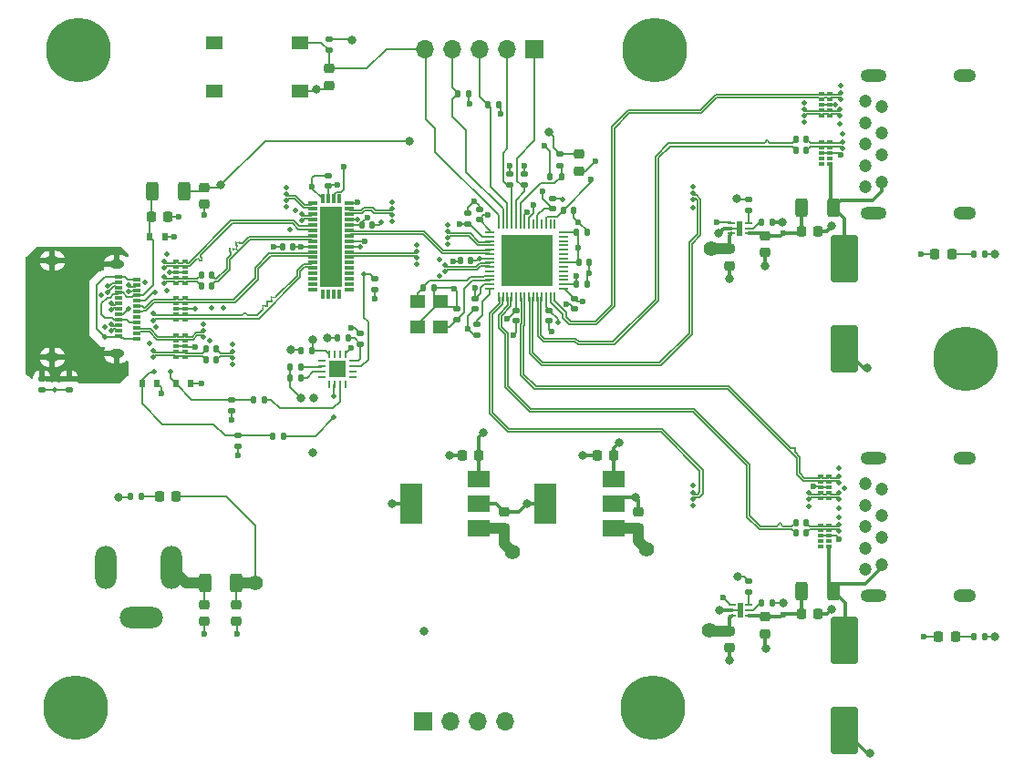
<source format=gbr>
%TF.GenerationSoftware,KiCad,Pcbnew,(6.0.11)*%
%TF.CreationDate,2023-09-18T23:50:21-04:00*%
%TF.ProjectId,USB-C-Hub,5553422d-432d-4487-9562-2e6b69636164,1.0*%
%TF.SameCoordinates,Original*%
%TF.FileFunction,Copper,L1,Top*%
%TF.FilePolarity,Positive*%
%FSLAX46Y46*%
G04 Gerber Fmt 4.6, Leading zero omitted, Abs format (unit mm)*
G04 Created by KiCad (PCBNEW (6.0.11)) date 2023-09-18 23:50:21*
%MOMM*%
%LPD*%
G01*
G04 APERTURE LIST*
G04 Aperture macros list*
%AMRoundRect*
0 Rectangle with rounded corners*
0 $1 Rounding radius*
0 $2 $3 $4 $5 $6 $7 $8 $9 X,Y pos of 4 corners*
0 Add a 4 corners polygon primitive as box body*
4,1,4,$2,$3,$4,$5,$6,$7,$8,$9,$2,$3,0*
0 Add four circle primitives for the rounded corners*
1,1,$1+$1,$2,$3*
1,1,$1+$1,$4,$5*
1,1,$1+$1,$6,$7*
1,1,$1+$1,$8,$9*
0 Add four rect primitives between the rounded corners*
20,1,$1+$1,$2,$3,$4,$5,0*
20,1,$1+$1,$4,$5,$6,$7,0*
20,1,$1+$1,$6,$7,$8,$9,0*
20,1,$1+$1,$8,$9,$2,$3,0*%
G04 Aperture macros list end*
%TA.AperFunction,SMDPad,CuDef*%
%ADD10RoundRect,0.225000X-0.250000X0.225000X-0.250000X-0.225000X0.250000X-0.225000X0.250000X0.225000X0*%
%TD*%
%TA.AperFunction,SMDPad,CuDef*%
%ADD11RoundRect,0.135000X-0.185000X0.135000X-0.185000X-0.135000X0.185000X-0.135000X0.185000X0.135000X0*%
%TD*%
%TA.AperFunction,SMDPad,CuDef*%
%ADD12RoundRect,0.140000X-0.140000X-0.170000X0.140000X-0.170000X0.140000X0.170000X-0.140000X0.170000X0*%
%TD*%
%TA.AperFunction,SMDPad,CuDef*%
%ADD13RoundRect,0.250000X-1.000000X1.950000X-1.000000X-1.950000X1.000000X-1.950000X1.000000X1.950000X0*%
%TD*%
%TA.AperFunction,SMDPad,CuDef*%
%ADD14RoundRect,0.135000X-0.135000X-0.185000X0.135000X-0.185000X0.135000X0.185000X-0.135000X0.185000X0*%
%TD*%
%TA.AperFunction,SMDPad,CuDef*%
%ADD15RoundRect,0.225000X0.250000X-0.225000X0.250000X0.225000X-0.250000X0.225000X-0.250000X-0.225000X0*%
%TD*%
%TA.AperFunction,SMDPad,CuDef*%
%ADD16R,1.550000X1.300000*%
%TD*%
%TA.AperFunction,SMDPad,CuDef*%
%ADD17R,0.203200X0.812800*%
%TD*%
%TA.AperFunction,SMDPad,CuDef*%
%ADD18R,0.812800X0.203200*%
%TD*%
%TA.AperFunction,SMDPad,CuDef*%
%ADD19R,4.699000X4.699000*%
%TD*%
%TA.AperFunction,SMDPad,CuDef*%
%ADD20R,0.600000X0.700000*%
%TD*%
%TA.AperFunction,SMDPad,CuDef*%
%ADD21R,0.550000X0.300000*%
%TD*%
%TA.AperFunction,SMDPad,CuDef*%
%ADD22R,0.550000X0.400000*%
%TD*%
%TA.AperFunction,ComponentPad*%
%ADD23C,0.800000*%
%TD*%
%TA.AperFunction,ComponentPad*%
%ADD24C,6.000000*%
%TD*%
%TA.AperFunction,SMDPad,CuDef*%
%ADD25RoundRect,0.135000X0.135000X0.185000X-0.135000X0.185000X-0.135000X-0.185000X0.135000X-0.185000X0*%
%TD*%
%TA.AperFunction,SMDPad,CuDef*%
%ADD26RoundRect,0.225000X0.225000X0.250000X-0.225000X0.250000X-0.225000X-0.250000X0.225000X-0.250000X0*%
%TD*%
%TA.AperFunction,SMDPad,CuDef*%
%ADD27RoundRect,0.140000X0.140000X0.170000X-0.140000X0.170000X-0.140000X-0.170000X0.140000X-0.170000X0*%
%TD*%
%TA.AperFunction,SMDPad,CuDef*%
%ADD28RoundRect,0.225000X-0.225000X-0.250000X0.225000X-0.250000X0.225000X0.250000X-0.225000X0.250000X0*%
%TD*%
%TA.AperFunction,SMDPad,CuDef*%
%ADD29RoundRect,0.140000X0.170000X-0.140000X0.170000X0.140000X-0.170000X0.140000X-0.170000X-0.140000X0*%
%TD*%
%TA.AperFunction,SMDPad,CuDef*%
%ADD30R,0.711200X0.254000*%
%TD*%
%TA.AperFunction,SMDPad,CuDef*%
%ADD31R,0.558800X1.320800*%
%TD*%
%TA.AperFunction,SMDPad,CuDef*%
%ADD32RoundRect,0.140000X-0.170000X0.140000X-0.170000X-0.140000X0.170000X-0.140000X0.170000X0.140000X0*%
%TD*%
%TA.AperFunction,SMDPad,CuDef*%
%ADD33R,2.000000X1.500000*%
%TD*%
%TA.AperFunction,SMDPad,CuDef*%
%ADD34R,2.000000X3.800000*%
%TD*%
%TA.AperFunction,SMDPad,CuDef*%
%ADD35RoundRect,0.250000X-0.312500X-0.625000X0.312500X-0.625000X0.312500X0.625000X-0.312500X0.625000X0*%
%TD*%
%TA.AperFunction,SMDPad,CuDef*%
%ADD36RoundRect,0.218750X0.218750X0.256250X-0.218750X0.256250X-0.218750X-0.256250X0.218750X-0.256250X0*%
%TD*%
%TA.AperFunction,SMDPad,CuDef*%
%ADD37RoundRect,0.135000X0.185000X-0.135000X0.185000X0.135000X-0.185000X0.135000X-0.185000X-0.135000X0*%
%TD*%
%TA.AperFunction,ComponentPad*%
%ADD38C,1.200000*%
%TD*%
%TA.AperFunction,ComponentPad*%
%ADD39O,2.100000X1.200000*%
%TD*%
%TA.AperFunction,ComponentPad*%
%ADD40O,2.400000X1.200000*%
%TD*%
%TA.AperFunction,SMDPad,CuDef*%
%ADD41R,0.762000X0.254000*%
%TD*%
%TA.AperFunction,SMDPad,CuDef*%
%ADD42R,0.254000X0.762000*%
%TD*%
%TA.AperFunction,SMDPad,CuDef*%
%ADD43R,1.498600X1.498600*%
%TD*%
%TA.AperFunction,SMDPad,CuDef*%
%ADD44RoundRect,0.018900X0.411100X0.116100X-0.411100X0.116100X-0.411100X-0.116100X0.411100X-0.116100X0*%
%TD*%
%TA.AperFunction,SMDPad,CuDef*%
%ADD45RoundRect,0.018900X-0.116100X0.411100X-0.116100X-0.411100X0.116100X-0.411100X0.116100X0.411100X0*%
%TD*%
%TA.AperFunction,SMDPad,CuDef*%
%ADD46R,2.050000X7.550000*%
%TD*%
%TA.AperFunction,ComponentPad*%
%ADD47C,0.560000*%
%TD*%
%TA.AperFunction,SMDPad,CuDef*%
%ADD48R,1.397000X1.244600*%
%TD*%
%TA.AperFunction,ComponentPad*%
%ADD49R,1.700000X1.700000*%
%TD*%
%TA.AperFunction,ComponentPad*%
%ADD50O,1.700000X1.700000*%
%TD*%
%TA.AperFunction,SMDPad,CuDef*%
%ADD51R,0.700000X0.300000*%
%TD*%
%TA.AperFunction,ComponentPad*%
%ADD52O,1.400000X0.800000*%
%TD*%
%TA.AperFunction,SMDPad,CuDef*%
%ADD53RoundRect,0.218750X-0.218750X-0.256250X0.218750X-0.256250X0.218750X0.256250X-0.218750X0.256250X0*%
%TD*%
%TA.AperFunction,ComponentPad*%
%ADD54O,2.000000X4.000000*%
%TD*%
%TA.AperFunction,ComponentPad*%
%ADD55O,4.000000X2.000000*%
%TD*%
%TA.AperFunction,ViaPad*%
%ADD56C,0.600000*%
%TD*%
%TA.AperFunction,ViaPad*%
%ADD57C,0.460000*%
%TD*%
%TA.AperFunction,ViaPad*%
%ADD58C,0.800000*%
%TD*%
%TA.AperFunction,ViaPad*%
%ADD59C,0.500000*%
%TD*%
%TA.AperFunction,ViaPad*%
%ADD60C,1.400000*%
%TD*%
%TA.AperFunction,Conductor*%
%ADD61C,0.200000*%
%TD*%
%TA.AperFunction,Conductor*%
%ADD62C,0.350000*%
%TD*%
%TA.AperFunction,Conductor*%
%ADD63C,1.000000*%
%TD*%
%TA.AperFunction,Conductor*%
%ADD64C,0.300000*%
%TD*%
%TA.AperFunction,Conductor*%
%ADD65C,0.175000*%
%TD*%
G04 APERTURE END LIST*
D10*
%TO.P,C8,1*%
%TO.N,/VBUS_Host_Filt*%
X67720000Y-44075000D03*
%TO.P,C8,2*%
%TO.N,GND*%
X67720000Y-45625000D03*
%TD*%
%TO.P,C45,1*%
%TO.N,VBUS_PORT2*%
X119720000Y-48575000D03*
%TO.P,C45,2*%
%TO.N,GND*%
X119720000Y-50125000D03*
%TD*%
D11*
%TO.P,R8,1*%
%TO.N,+5VD*%
X79260000Y-30281846D03*
%TO.P,R8,2*%
%TO.N,RESET_N*%
X79260000Y-31301846D03*
%TD*%
D12*
%TO.P,C35,1*%
%TO.N,+1V2*%
X102240001Y-48246400D03*
%TO.P,C35,2*%
%TO.N,GND*%
X103200001Y-48246400D03*
%TD*%
D13*
%TO.P,C39,1*%
%TO.N,/USBA_VBUS_PORT2*%
X127120000Y-50650000D03*
%TO.P,C39,2*%
%TO.N,GND*%
X127120000Y-59050000D03*
%TD*%
D14*
%TO.P,Rlimit1,1*%
%TO.N,Net-(Rlimit1-Pad1)*%
X119435300Y-82650000D03*
%TO.P,Rlimit1,2*%
%TO.N,GND*%
X120455300Y-82650000D03*
%TD*%
D15*
%TO.P,C23,1*%
%TO.N,+5VD*%
X108020001Y-75725000D03*
%TO.P,C23,2*%
%TO.N,GND*%
X108020001Y-74175000D03*
%TD*%
D16*
%TO.P,SW1,1,1*%
%TO.N,RESET_N*%
X76600000Y-30600000D03*
%TO.N,N/C*%
X68640000Y-30600000D03*
%TO.P,SW1,2,2*%
X68640000Y-35100000D03*
%TO.N,GND*%
X76600000Y-35100000D03*
%TD*%
D17*
%TO.P,U1,1,USB2DN_DP1/PRT_DIS_P1*%
%TO.N,/PORT1_D+*%
X95020000Y-54253600D03*
%TO.P,U1,2,USB2DN_DM1/PRT_DIS_M1*%
%TO.N,/PORT1_D-*%
X95419999Y-54253600D03*
%TO.P,U1,3,USB3DN_TXDP1*%
%TO.N,/PORT1_CTX+*%
X95820001Y-54253600D03*
%TO.P,U1,4,USB3DN_TXDM1*%
%TO.N,/PORT1_CTX-*%
X96220000Y-54253600D03*
%TO.P,U1,5,VDD12*%
%TO.N,+1V2*%
X96619999Y-54253600D03*
%TO.P,U1,6,USB3DN_RXDP1*%
%TO.N,/PORT1_RX+*%
X97020001Y-54253600D03*
%TO.P,U1,7,USB3DN_RXDM1*%
%TO.N,/PORT1_RX-*%
X97420000Y-54253600D03*
%TO.P,U1,8,USB2DN_DP2/PRT_DIS_P2*%
%TO.N,/PORT2_D+*%
X97820000Y-54253600D03*
%TO.P,U1,9,USB2DN_DM2/PRT_DIS_M2*%
%TO.N,/PORT2_D-*%
X98219999Y-54253600D03*
%TO.P,U1,10,USB3DN_TXDP2*%
%TO.N,/PORT2_CTX+*%
X98620001Y-54253600D03*
%TO.P,U1,11,USB3DN_TXDM2*%
%TO.N,/PORT2_CTX-*%
X99020000Y-54253600D03*
%TO.P,U1,12,VDD12*%
%TO.N,+1V2*%
X99419999Y-54253600D03*
%TO.P,U1,13,USB3DN_RXDP2*%
%TO.N,/PORT2_RX+*%
X99820001Y-54253600D03*
%TO.P,U1,14,USB3DN_RXDM2*%
%TO.N,/PORT2_RX-*%
X100220000Y-54253600D03*
D18*
%TO.P,U1,15,VDD12*%
%TO.N,+1V2*%
X101023600Y-53450000D03*
%TO.P,U1,16,VDD33*%
%TO.N,+3V3*%
X101023600Y-53050001D03*
%TO.P,U1,17,USB2DN_DP3/PRT_DIS_P3*%
%TO.N,unconnected-(U1-Pad17)*%
X101023600Y-52649999D03*
%TO.P,U1,18,USB2DN_DM3/PRT_DIS_M3*%
%TO.N,unconnected-(U1-Pad18)*%
X101023600Y-52250000D03*
%TO.P,U1,19,USB3DN_TXDP3*%
%TO.N,unconnected-(U1-Pad19)*%
X101023600Y-51850001D03*
%TO.P,U1,20,USB3DN_TXDM3*%
%TO.N,unconnected-(U1-Pad20)*%
X101023600Y-51449999D03*
%TO.P,U1,21,VDD12*%
%TO.N,+1V2*%
X101023600Y-51050000D03*
%TO.P,U1,22,USB3DN_RXDP3*%
%TO.N,unconnected-(U1-Pad22)*%
X101023600Y-50650000D03*
%TO.P,U1,23,USB3DN_RXDM3*%
%TO.N,unconnected-(U1-Pad23)*%
X101023600Y-50250001D03*
%TO.P,U1,24,USB2DN_DP4/PRT_DIS_P4*%
%TO.N,unconnected-(U1-Pad24)*%
X101023600Y-49849999D03*
%TO.P,U1,25,USB2DN_DM4/PRT_DIS_M4*%
%TO.N,unconnected-(U1-Pad25)*%
X101023600Y-49450000D03*
%TO.P,U1,26,USB3DN_TXDP4*%
%TO.N,unconnected-(U1-Pad26)*%
X101023600Y-49050001D03*
%TO.P,U1,27,USB3DN_TXDM4*%
%TO.N,unconnected-(U1-Pad27)*%
X101023600Y-48649999D03*
%TO.P,U1,28,VDD12*%
%TO.N,+1V2*%
X101023600Y-48250000D03*
D17*
%TO.P,U1,29,USB3DN_RXDP4*%
%TO.N,unconnected-(U1-Pad29)*%
X100220000Y-47446400D03*
%TO.P,U1,30,USB3DN_RXDM4*%
%TO.N,unconnected-(U1-Pad30)*%
X99820001Y-47446400D03*
%TO.P,U1,31,VDD33*%
%TO.N,+3V3*%
X99419999Y-47446400D03*
%TO.P,U1,32,PRT_CTL4/GANG_PWR*%
%TO.N,unconnected-(U1-Pad32)*%
X99020000Y-47446400D03*
%TO.P,U1,33,VDD12*%
%TO.N,+1V2*%
X98620001Y-47446400D03*
%TO.P,U1,34,PRT_CTL3*%
%TO.N,unconnected-(U1-Pad34)*%
X98219999Y-47446400D03*
%TO.P,U1,35,PRT_CTL2*%
%TO.N,PRT_CTL2*%
X97820000Y-47446400D03*
%TO.P,U1,36,PRT_CTL1*%
%TO.N,PRT_CTL1*%
X97420000Y-47446400D03*
%TO.P,U1,37,VBUS_DET*%
%TO.N,Net-(R1-Pad2)*%
X97020001Y-47446400D03*
%TO.P,U1,38,SPI_CLK/SMCLK*%
%TO.N,SPI_CLK{slash}SMCLK*%
X96619999Y-47446400D03*
%TO.P,U1,39,SPI_DO/SMDAT*%
%TO.N,SPI_DO{slash}SMDAT*%
X96220000Y-47446400D03*
%TO.P,U1,40,SPI_DI/CFG_BC_EN*%
%TO.N,SPI_DI{slash}CFG_BC_EN*%
X95820001Y-47446400D03*
%TO.P,U1,41,SPI_CE_N/CFG_NON_REM*%
%TO.N,SPI_CE_EN{slash}CFG_NOM_REM*%
X95419999Y-47446400D03*
%TO.P,U1,42,RESET_N*%
%TO.N,RESET_N*%
X95020000Y-47446400D03*
D18*
%TO.P,U1,43,VDD12*%
%TO.N,+1V2*%
X94216400Y-48250000D03*
%TO.P,U1,44,VDD33*%
%TO.N,+3V3*%
X94216400Y-48649999D03*
%TO.P,U1,45,USB2UP_DP*%
%TO.N,/HOST_D+*%
X94216400Y-49050001D03*
%TO.P,U1,46,USB2UP_DM*%
%TO.N,/HOST_D-*%
X94216400Y-49450000D03*
%TO.P,U1,47,USB3UP_TXDP*%
%TO.N,/HOST_TX-*%
X94216400Y-49849999D03*
%TO.P,U1,48,USB3UP_TXDM*%
%TO.N,/HOST_TX+*%
X94216400Y-50250001D03*
%TO.P,U1,49,VDD12*%
%TO.N,+1V2*%
X94216400Y-50650000D03*
%TO.P,U1,50,USB3UP_RXDP*%
%TO.N,/HOST_RX-*%
X94216400Y-51050000D03*
%TO.P,U1,51,USB3UP_RXDM*%
%TO.N,/HOST_RX+*%
X94216400Y-51449999D03*
%TO.P,U1,52,ATESET*%
%TO.N,unconnected-(U1-Pad52)*%
X94216400Y-51850001D03*
%TO.P,U1,53,XTALO*%
%TO.N,Net-(C2-Pad2)*%
X94216400Y-52250000D03*
%TO.P,U1,54,XTALI/CLK_IN*%
%TO.N,Net-(C1-Pad2)*%
X94216400Y-52649999D03*
%TO.P,U1,55,VDD33*%
%TO.N,+3V3*%
X94216400Y-53050001D03*
%TO.P,U1,56,RBIAS*%
%TO.N,Net-(R16-Pad1)*%
X94216400Y-53450000D03*
D19*
%TO.P,U1,57,VSS*%
%TO.N,GND*%
X97620000Y-50850000D03*
%TD*%
D20*
%TO.P,D3,1,K*%
%TO.N,/CC1*%
X65020000Y-62250000D03*
%TO.P,D3,2,A*%
%TO.N,GND*%
X66420000Y-62250000D03*
%TD*%
D21*
%TO.P,CR1,1,D1+*%
%TO.N,/AD+*%
X65095000Y-54350000D03*
%TO.P,CR1,2,D1-*%
%TO.N,/AD-*%
X65095000Y-54850000D03*
D22*
%TO.P,CR1,3,GND*%
%TO.N,GND*%
X65095000Y-55350000D03*
D21*
%TO.P,CR1,4,D2+*%
%TO.N,/BD+*%
X65095000Y-55850000D03*
%TO.P,CR1,5,D2-*%
%TO.N,/BD-*%
X65095000Y-56350000D03*
%TO.P,CR1,6,NC*%
X65865000Y-56350000D03*
%TO.P,CR1,7,NC*%
%TO.N,/BD+*%
X65865000Y-55850000D03*
D22*
%TO.P,CR1,8,GND*%
%TO.N,GND*%
X65865000Y-55350000D03*
D21*
%TO.P,CR1,9,NC*%
%TO.N,/AD-*%
X65865000Y-54850000D03*
%TO.P,CR1,10,NC*%
%TO.N,/AD+*%
X65865000Y-54350000D03*
%TD*%
D11*
%TO.P,R16,1*%
%TO.N,Net-(R16-Pad1)*%
X93020000Y-56740000D03*
%TO.P,R16,2*%
%TO.N,GND*%
X93020000Y-57760000D03*
%TD*%
D23*
%TO.P,H5,1,1*%
%TO.N,GND*%
X136809010Y-61590990D03*
X136809010Y-58409010D03*
X140650000Y-60000000D03*
X139990990Y-58409010D03*
X139990990Y-61590990D03*
D24*
X138400000Y-60000000D03*
D23*
X138400000Y-57750000D03*
X138400000Y-62250000D03*
X136150000Y-60000000D03*
%TD*%
D20*
%TO.P,D2,1,K*%
%TO.N,/VBUS_Host*%
X62620000Y-48650000D03*
%TO.P,D2,2,A*%
%TO.N,GND*%
X64020000Y-48650000D03*
%TD*%
D11*
%TO.P,R18,1*%
%TO.N,Earth*%
X55120000Y-61840000D03*
%TO.P,R18,2*%
%TO.N,GND*%
X55120000Y-62860000D03*
%TD*%
D21*
%TO.P,CR4,1*%
%TO.N,/PORT1_D-*%
X125705000Y-72950000D03*
%TO.P,CR4,2*%
%TO.N,/PORT1_D+*%
X125705000Y-72450000D03*
D22*
%TO.P,CR4,3,GND*%
%TO.N,GND*%
X125705000Y-71950000D03*
D21*
%TO.P,CR4,4*%
%TO.N,/PORT1_RX+*%
X125705000Y-71450000D03*
%TO.P,CR4,5*%
%TO.N,/PORT1_RX-*%
X125705000Y-70950000D03*
%TO.P,CR4,6,NC*%
X124935000Y-70950000D03*
%TO.P,CR4,7,NC*%
%TO.N,/PORT1_RX+*%
X124935000Y-71450000D03*
D22*
%TO.P,CR4,8,GND*%
%TO.N,GND*%
X124935000Y-71950000D03*
D21*
%TO.P,CR4,9,NC*%
%TO.N,/PORT1_D+*%
X124935000Y-72450000D03*
%TO.P,CR4,10,NC*%
%TO.N,/PORT1_D-*%
X124935000Y-72950000D03*
%TD*%
D12*
%TO.P,C13,1*%
%TO.N,/TX1-*%
X67390000Y-52200000D03*
%TO.P,C13,2*%
%TO.N,/CTX1-*%
X68350000Y-52200000D03*
%TD*%
D25*
%TO.P,R20,1*%
%TO.N,Net-(D1-Pad1)*%
X61810000Y-72800000D03*
%TO.P,R20,2*%
%TO.N,GND*%
X60790000Y-72800000D03*
%TD*%
D26*
%TO.P,C24,1*%
%TO.N,+1V2*%
X105695001Y-68950000D03*
%TO.P,C24,2*%
%TO.N,GND*%
X104145001Y-68950000D03*
%TD*%
D27*
%TO.P,C41,1*%
%TO.N,+1V2*%
X92400000Y-50850000D03*
%TO.P,C41,2*%
%TO.N,GND*%
X91440000Y-50850000D03*
%TD*%
D12*
%TO.P,C4,1*%
%TO.N,/PORT1_CTX-*%
X122590000Y-75200000D03*
%TO.P,C4,2*%
%TO.N,/PORT1_TX-*%
X123550000Y-75200000D03*
%TD*%
D11*
%TO.P,R5,1*%
%TO.N,+3V3*%
X97420000Y-42840000D03*
%TO.P,R5,2*%
%TO.N,SPI_CLK{slash}SMCLK*%
X97420000Y-43860000D03*
%TD*%
D28*
%TO.P,C38,1*%
%TO.N,VBUS_PORT2*%
X123095000Y-48100000D03*
%TO.P,C38,2*%
%TO.N,GND*%
X124645000Y-48100000D03*
%TD*%
D14*
%TO.P,R15,1*%
%TO.N,SPI_CE_EN{slash}CFG_NOM_REM*%
X91240000Y-35350000D03*
%TO.P,R15,2*%
%TO.N,GND*%
X92260000Y-35350000D03*
%TD*%
D23*
%TO.P,H2,1,1*%
%TO.N,GND*%
X107230000Y-31300000D03*
X109480000Y-33550000D03*
X111730000Y-31300000D03*
X107889010Y-29709010D03*
X107889010Y-32890990D03*
X111070990Y-29709010D03*
X109480000Y-29050000D03*
D24*
X109480000Y-31300000D03*
D23*
X111070990Y-32890990D03*
%TD*%
D29*
%TO.P,C32,1*%
%TO.N,+1V2*%
X93220000Y-47030000D03*
%TO.P,C32,2*%
%TO.N,GND*%
X93220000Y-46070000D03*
%TD*%
D30*
%TO.P,U7,1,VOUT*%
%TO.N,VBUS_PORT2*%
X118194700Y-48349999D03*
%TO.P,U7,2,ILIMIT*%
%TO.N,Net-(Rlimit2-Pad1)*%
X118194700Y-47850000D03*
%TO.P,U7,3,\u002AFAULT*%
%TO.N,Net-(R22-Pad2)*%
X118194700Y-47350001D03*
%TO.P,U7,4,ENABLE*%
%TO.N,PRT_CTL2*%
X116645300Y-47350001D03*
%TO.P,U7,5,GND*%
%TO.N,GND*%
X116645300Y-47850000D03*
%TO.P,U7,6,VIN*%
%TO.N,+5VD*%
X116645300Y-48349999D03*
D31*
%TO.P,U7,7,EP*%
%TO.N,GND*%
X117420000Y-47850000D03*
%TD*%
D23*
%TO.P,H3,1,1*%
%TO.N,GND*%
X54129010Y-90859010D03*
X57970000Y-92450000D03*
X57310990Y-90859010D03*
X54129010Y-94040990D03*
D24*
X55720000Y-92450000D03*
D23*
X53470000Y-92450000D03*
X55720000Y-90200000D03*
X55720000Y-94700000D03*
X57310990Y-94040990D03*
%TD*%
D21*
%TO.P,CR6,1*%
%TO.N,/PORT2_D-*%
X125755000Y-37350000D03*
%TO.P,CR6,2*%
%TO.N,/PORT2_D+*%
X125755000Y-36850000D03*
D22*
%TO.P,CR6,3,GND*%
%TO.N,GND*%
X125755000Y-36350000D03*
D21*
%TO.P,CR6,4*%
%TO.N,/PORT2_RX+*%
X125755000Y-35850000D03*
%TO.P,CR6,5*%
%TO.N,/PORT2_RX-*%
X125755000Y-35350000D03*
%TO.P,CR6,6,NC*%
X124985000Y-35350000D03*
%TO.P,CR6,7,NC*%
%TO.N,/PORT2_RX+*%
X124985000Y-35850000D03*
D22*
%TO.P,CR6,8,GND*%
%TO.N,GND*%
X124985000Y-36350000D03*
D21*
%TO.P,CR6,9,NC*%
%TO.N,/PORT2_D+*%
X124985000Y-36850000D03*
%TO.P,CR6,10,NC*%
%TO.N,/PORT2_D-*%
X124985000Y-37350000D03*
%TD*%
D12*
%TO.P,C44,1*%
%TO.N,+3V3*%
X82340000Y-47550000D03*
%TO.P,C44,2*%
%TO.N,GND*%
X83300000Y-47550000D03*
%TD*%
D11*
%TO.P,R19,1*%
%TO.N,+5VD*%
X118245300Y-80640000D03*
%TO.P,R19,2*%
%TO.N,Net-(R19-Pad2)*%
X118245300Y-81660000D03*
%TD*%
%TO.P,C1,1*%
%TO.N,GND*%
X91120000Y-55340000D03*
%TO.P,C1,2*%
%TO.N,Net-(C1-Pad2)*%
X91120000Y-56360000D03*
%TD*%
D20*
%TO.P,D4,1,K*%
%TO.N,/CC2*%
X61920000Y-62250000D03*
%TO.P,D4,2,A*%
%TO.N,GND*%
X63320000Y-62250000D03*
%TD*%
D12*
%TO.P,C36,1*%
%TO.N,+1V2*%
X102440001Y-51046400D03*
%TO.P,C36,2*%
%TO.N,GND*%
X103400001Y-51046400D03*
%TD*%
D14*
%TO.P,R12,1*%
%TO.N,SPI_DI{slash}CFG_BC_EN*%
X94040000Y-36350000D03*
%TO.P,R12,2*%
%TO.N,GND*%
X95060000Y-36350000D03*
%TD*%
D12*
%TO.P,C30,1*%
%TO.N,+3V3*%
X101040000Y-46150000D03*
%TO.P,C30,2*%
%TO.N,GND*%
X102000000Y-46150000D03*
%TD*%
D25*
%TO.P,R10,1*%
%TO.N,Net-(R10-Pad1)*%
X75030000Y-67150000D03*
%TO.P,R10,2*%
%TO.N,/CC2*%
X74010000Y-67150000D03*
%TD*%
D14*
%TO.P,R21,1*%
%TO.N,Net-(D5-Pad1)*%
X139110000Y-85850000D03*
%TO.P,R21,2*%
%TO.N,GND*%
X140130000Y-85850000D03*
%TD*%
D11*
%TO.P,R14,1*%
%TO.N,/CC1*%
X70200000Y-63790000D03*
%TO.P,R14,2*%
%TO.N,GND*%
X70200000Y-64810000D03*
%TD*%
D12*
%TO.P,C31,1*%
%TO.N,+3V3*%
X102240001Y-53046400D03*
%TO.P,C31,2*%
%TO.N,GND*%
X103200001Y-53046400D03*
%TD*%
D14*
%TO.P,R7,1*%
%TO.N,+5VD*%
X75610000Y-61750000D03*
%TO.P,R7,2*%
%TO.N,Net-(R7-Pad2)*%
X76630000Y-61750000D03*
%TD*%
D29*
%TO.P,C28,1*%
%TO.N,+3V3*%
X92120000Y-47430000D03*
%TO.P,C28,2*%
%TO.N,GND*%
X92120000Y-46470000D03*
%TD*%
D32*
%TO.P,C33,1*%
%TO.N,+1V2*%
X96620000Y-55466400D03*
%TO.P,C33,2*%
%TO.N,GND*%
X96620000Y-56426400D03*
%TD*%
D33*
%TO.P,U6,1,INPUT*%
%TO.N,+5VD*%
X93170001Y-75750000D03*
%TO.P,U6,2,GND*%
%TO.N,GND*%
X93170001Y-73450000D03*
%TO.P,U6,3,OUTPUT*%
%TO.N,+3V3*%
X93170001Y-71150000D03*
D34*
%TO.P,U6,4,EPAD*%
%TO.N,GND*%
X86870001Y-73450000D03*
%TD*%
D12*
%TO.P,C16,1*%
%TO.N,/TX2+*%
X67840000Y-60075000D03*
%TO.P,C16,2*%
%TO.N,/CTX2+*%
X68800000Y-60075000D03*
%TD*%
D35*
%TO.P,FB1,1*%
%TO.N,/VBUS_Host*%
X62857500Y-44450000D03*
%TO.P,FB1,2*%
%TO.N,/VBUS_Host_Filt*%
X65782500Y-44450000D03*
%TD*%
D30*
%TO.P,U4,1,VOUT*%
%TO.N,VBUS_PORT1*%
X118220000Y-83849999D03*
%TO.P,U4,2,ILIMIT*%
%TO.N,Net-(Rlimit1-Pad1)*%
X118220000Y-83350000D03*
%TO.P,U4,3,\u002AFAULT*%
%TO.N,Net-(R19-Pad2)*%
X118220000Y-82850001D03*
%TO.P,U4,4,ENABLE*%
%TO.N,PRT_CTL1*%
X116670600Y-82850001D03*
%TO.P,U4,5,GND*%
%TO.N,GND*%
X116670600Y-83350000D03*
%TO.P,U4,6,VIN*%
%TO.N,+5VD*%
X116670600Y-83849999D03*
D31*
%TO.P,U4,7,EP*%
%TO.N,GND*%
X117445300Y-83350000D03*
%TD*%
D28*
%TO.P,C17,1*%
%TO.N,VBUS_PORT1*%
X123095000Y-83700000D03*
%TO.P,C17,2*%
%TO.N,GND*%
X124645000Y-83700000D03*
%TD*%
%TO.P,C7,1*%
%TO.N,/VBUS_Host*%
X62745000Y-46750000D03*
%TO.P,C7,2*%
%TO.N,GND*%
X64295000Y-46750000D03*
%TD*%
D32*
%TO.P,C40,1*%
%TO.N,+1V2*%
X102020001Y-54366400D03*
%TO.P,C40,2*%
%TO.N,GND*%
X102020001Y-55326400D03*
%TD*%
D11*
%TO.P,R1,1*%
%TO.N,/VBUS_Host_Filt*%
X100730000Y-40980580D03*
%TO.P,R1,2*%
%TO.N,Net-(R1-Pad2)*%
X100730000Y-42000580D03*
%TD*%
D36*
%TO.P,D5,1,K*%
%TO.N,Net-(D5-Pad1)*%
X137407500Y-85850000D03*
%TO.P,D5,2,A*%
%TO.N,VBUS_PORT1*%
X135832500Y-85850000D03*
%TD*%
D14*
%TO.P,R3,1*%
%TO.N,/VBUS_Host_Filt*%
X80010000Y-58050000D03*
%TO.P,R3,2*%
%TO.N,Net-(R3-Pad2)*%
X81030000Y-58050000D03*
%TD*%
D10*
%TO.P,C20,1*%
%TO.N,+5VD*%
X70670000Y-82825000D03*
%TO.P,C20,2*%
%TO.N,GND*%
X70670000Y-84375000D03*
%TD*%
D27*
%TO.P,C6,1*%
%TO.N,+5VD*%
X77650000Y-59200000D03*
%TO.P,C6,2*%
%TO.N,GND*%
X76690000Y-59200000D03*
%TD*%
D10*
%TO.P,C22,1*%
%TO.N,VBUS_PORT1*%
X119745300Y-83975000D03*
%TO.P,C22,2*%
%TO.N,GND*%
X119745300Y-85525000D03*
%TD*%
D32*
%TO.P,C29,1*%
%TO.N,+3V3*%
X92820000Y-54370000D03*
%TO.P,C29,2*%
%TO.N,GND*%
X92820000Y-55330000D03*
%TD*%
D12*
%TO.P,C10,1*%
%TO.N,/PORT2_CTX+*%
X122640000Y-40600000D03*
%TO.P,C10,2*%
%TO.N,/PORT2_TX+*%
X123600000Y-40600000D03*
%TD*%
D25*
%TO.P,R2,1*%
%TO.N,Net-(R1-Pad2)*%
X100830000Y-43050000D03*
%TO.P,R2,2*%
%TO.N,GND*%
X99810000Y-43050000D03*
%TD*%
D37*
%TO.P,R6,1*%
%TO.N,Net-(R3-Pad2)*%
X82170000Y-58660000D03*
%TO.P,R6,2*%
%TO.N,GND*%
X82170000Y-57640000D03*
%TD*%
D38*
%TO.P,J2,1,VBUS*%
%TO.N,/USBA_VBUS_PORT1*%
X130570000Y-79090000D03*
%TO.P,J2,2,D-*%
%TO.N,/PORT1_D-*%
X130570000Y-76590000D03*
%TO.P,J2,3,D+*%
%TO.N,/PORT1_D+*%
X130570000Y-74590000D03*
%TO.P,J2,4,GND*%
%TO.N,GND*%
X130570000Y-72090000D03*
%TO.P,J2,5,SSRX-*%
%TO.N,/PORT1_RX-*%
X129070000Y-71590000D03*
%TO.P,J2,6,SSRX+*%
%TO.N,/PORT1_RX+*%
X129070000Y-73590000D03*
%TO.P,J2,7,DRAIN*%
%TO.N,GND*%
X129070000Y-75590000D03*
%TO.P,J2,8,SSTX-*%
%TO.N,/PORT1_TX-*%
X129070000Y-77590000D03*
%TO.P,J2,9,SSTX+*%
%TO.N,/PORT1_TX+*%
X129070000Y-79590000D03*
D39*
%TO.P,J2,10,SHIELD*%
%TO.N,GND*%
X138320000Y-69190000D03*
D40*
X129820000Y-81990000D03*
X129820000Y-69190000D03*
D39*
X138320000Y-81990000D03*
%TD*%
D29*
%TO.P,C42,1*%
%TO.N,+3V3*%
X79220000Y-43930000D03*
%TO.P,C42,2*%
%TO.N,GND*%
X79220000Y-42970000D03*
%TD*%
D41*
%TO.P,U2,1,OCS#*%
%TO.N,unconnected-(U2-Pad1)*%
X78597600Y-60199999D03*
%TO.P,U2,2,CFG_SEL*%
%TO.N,Net-(R9-Pad2)*%
X78597600Y-60700000D03*
%TO.P,U2,3,ENABLE*%
%TO.N,Net-(R7-Pad2)*%
X78597600Y-61200000D03*
%TO.P,U2,4,FAULT_IND*%
%TO.N,unconnected-(U2-Pad4)*%
X78597600Y-61700001D03*
D42*
%TO.P,U2,5,AUDIO_ADAPTER/CONNECTED#*%
%TO.N,unconnected-(U2-Pad5)*%
X79269999Y-62372400D03*
%TO.P,U2,6,CC2*%
%TO.N,Net-(R10-Pad1)*%
X79770000Y-62372400D03*
%TO.P,U2,7,CC1*%
%TO.N,Net-(R11-Pad1)*%
X80270000Y-62372400D03*
%TO.P,U2,8,VCONN2_OUT#/LEGACY_IND#*%
%TO.N,unconnected-(U2-Pad8)*%
X80770001Y-62372400D03*
D41*
%TO.P,U2,9,VCONN1_OUT#/1-5A_IND#*%
%TO.N,unconnected-(U2-Pad9)*%
X81442400Y-61700001D03*
%TO.P,U2,10,PPC_EN/3-0A_IND#*%
%TO.N,unconnected-(U2-Pad10)*%
X81442400Y-61200000D03*
%TO.P,U2,11,PLUG_ORIENTATION#*%
%TO.N,/Plug Orientation*%
X81442400Y-60700000D03*
%TO.P,U2,12,VMON*%
%TO.N,Net-(R3-Pad2)*%
X81442400Y-60199999D03*
D42*
%TO.P,U2,13,VSS*%
%TO.N,GND*%
X80770001Y-59527600D03*
%TO.P,U2,14,NC*%
%TO.N,unconnected-(U2-Pad14)*%
X80270000Y-59527600D03*
%TO.P,U2,15,NC*%
%TO.N,unconnected-(U2-Pad15)*%
X79770000Y-59527600D03*
%TO.P,U2,16,VDD*%
%TO.N,+5VD*%
X79269999Y-59527600D03*
D43*
%TO.P,U2,17,VSS*%
%TO.N,GND*%
X80020000Y-60950000D03*
%TD*%
D13*
%TO.P,C18,1*%
%TO.N,/USBA_VBUS_PORT1*%
X127120000Y-86167500D03*
%TO.P,C18,2*%
%TO.N,GND*%
X127120000Y-94567500D03*
%TD*%
D11*
%TO.P,R4,1*%
%TO.N,+3V3*%
X96020000Y-42840000D03*
%TO.P,R4,2*%
%TO.N,SPI_DO{slash}SMDAT*%
X96020000Y-43860000D03*
%TD*%
D27*
%TO.P,C43,1*%
%TO.N,+3V3*%
X75900000Y-49550000D03*
%TO.P,C43,2*%
%TO.N,GND*%
X74940000Y-49550000D03*
%TD*%
D10*
%TO.P,C27,1*%
%TO.N,+5VD*%
X116445300Y-85275000D03*
%TO.P,C27,2*%
%TO.N,GND*%
X116445300Y-86825000D03*
%TD*%
D32*
%TO.P,C34,1*%
%TO.N,+1V2*%
X99720000Y-55466400D03*
%TO.P,C34,2*%
%TO.N,GND*%
X99720000Y-56426400D03*
%TD*%
D37*
%TO.P,R17,1*%
%TO.N,+3V3*%
X83520000Y-53560000D03*
%TO.P,R17,2*%
%TO.N,/Plug Orientation*%
X83520000Y-52540000D03*
%TD*%
D38*
%TO.P,J3,1,VBUS*%
%TO.N,/USBA_VBUS_PORT2*%
X130570000Y-43530000D03*
%TO.P,J3,2,D-*%
%TO.N,/PORT2_D-*%
X130570000Y-41030000D03*
%TO.P,J3,3,D+*%
%TO.N,/PORT2_D+*%
X130570000Y-39030000D03*
%TO.P,J3,4,GND*%
%TO.N,GND*%
X130570000Y-36530000D03*
%TO.P,J3,5,SSRX-*%
%TO.N,/PORT2_RX-*%
X129070000Y-36030000D03*
%TO.P,J3,6,SSRX+*%
%TO.N,/PORT2_RX+*%
X129070000Y-38030000D03*
%TO.P,J3,7,DRAIN*%
%TO.N,GND*%
X129070000Y-40030000D03*
%TO.P,J3,8,SSTX-*%
%TO.N,/PORT2_TX-*%
X129070000Y-42030000D03*
%TO.P,J3,9,SSTX+*%
%TO.N,/PORT2_TX+*%
X129070000Y-44030000D03*
D39*
%TO.P,J3,10,SHIELD*%
%TO.N,GND*%
X138320000Y-46430000D03*
D40*
X129820000Y-33630000D03*
X129820000Y-46430000D03*
D39*
X138320000Y-33630000D03*
%TD*%
D14*
%TO.P,R23,1*%
%TO.N,Net-(D6-Pad1)*%
X139097500Y-50250000D03*
%TO.P,R23,2*%
%TO.N,GND*%
X140117500Y-50250000D03*
%TD*%
D44*
%TO.P,U3,1,NC*%
%TO.N,unconnected-(U3-Pad1)*%
X81105000Y-53550000D03*
%TO.P,U3,2,NC*%
%TO.N,unconnected-(U3-Pad2)*%
X81105000Y-53050000D03*
%TO.P,U3,3,NC*%
%TO.N,unconnected-(U3-Pad3)*%
X81105000Y-52550000D03*
%TO.P,U3,4,NC*%
%TO.N,unconnected-(U3-Pad4)*%
X81105000Y-52050000D03*
%TO.P,U3,5,NC*%
%TO.N,unconnected-(U3-Pad5)*%
X81105000Y-51550000D03*
%TO.P,U3,6,HS_~{OE}*%
%TO.N,unconnected-(U3-Pad6)*%
X81105000Y-51050000D03*
%TO.P,U3,7,HSA(N)*%
%TO.N,/HOST_D-*%
X81105000Y-50550000D03*
%TO.P,U3,8,HSA(P)*%
%TO.N,/HOST_D+*%
X81105000Y-50050000D03*
%TO.P,U3,9,SEL*%
%TO.N,/Plug Orientation*%
X81105000Y-49550000D03*
%TO.P,U3,10,GND*%
%TO.N,GND*%
X81105000Y-49050000D03*
%TO.P,U3,11,SSA0(P)*%
%TO.N,/HOST_TX+*%
X81105000Y-48550000D03*
%TO.P,U3,12,SSA0(N)*%
%TO.N,/HOST_TX-*%
X81105000Y-48050000D03*
%TO.P,U3,13,VDD*%
%TO.N,+3V3*%
X81105000Y-47550000D03*
%TO.P,U3,14,GND*%
%TO.N,GND*%
X81105000Y-47050000D03*
%TO.P,U3,15,SSA1(P)*%
%TO.N,/HOST_RX+*%
X81105000Y-46550000D03*
%TO.P,U3,16,SSA1(N)*%
%TO.N,/HOST_RX-*%
X81105000Y-46050000D03*
%TO.P,U3,17,GND*%
%TO.N,GND*%
X81105000Y-45550000D03*
D45*
%TO.P,U3,18,NC*%
%TO.N,unconnected-(U3-Pad18)*%
X80170000Y-45115000D03*
%TO.P,U3,19,GND*%
%TO.N,GND*%
X79670000Y-45115000D03*
%TO.P,U3,20,VDD*%
%TO.N,+3V3*%
X79170000Y-45115000D03*
%TO.P,U3,21,GND*%
%TO.N,GND*%
X78670000Y-45115000D03*
D44*
%TO.P,U3,22,SSC1(N)*%
%TO.N,/RX2-*%
X77735000Y-45550000D03*
%TO.P,U3,23,SSC1(P)*%
%TO.N,/RX2+*%
X77735000Y-46050000D03*
%TO.P,U3,24,SSC0(N)*%
%TO.N,/CTX2-*%
X77735000Y-46550000D03*
%TO.P,U3,25,SSC0(P)*%
%TO.N,/CTX2+*%
X77735000Y-47050000D03*
%TO.P,U3,26,SSB1(N)*%
%TO.N,/RX1-*%
X77735000Y-47550000D03*
%TO.P,U3,27,SSB1(P)*%
%TO.N,/RX1+*%
X77735000Y-48050000D03*
%TO.P,U3,28,SSB0(N)*%
%TO.N,/CTX1-*%
X77735000Y-48550000D03*
%TO.P,U3,29,SSB0(P)*%
%TO.N,/CTX1+*%
X77735000Y-49050000D03*
%TO.P,U3,30,VDD*%
%TO.N,+3V3*%
X77735000Y-49550000D03*
%TO.P,U3,31,HSB(P)*%
%TO.N,/AD+*%
X77735000Y-50050000D03*
%TO.P,U3,32,HSB(N)*%
%TO.N,/AD-*%
X77735000Y-50550000D03*
%TO.P,U3,33,HSC(P)*%
%TO.N,/BD+*%
X77735000Y-51050000D03*
%TO.P,U3,34,HSC(N)*%
%TO.N,/BD-*%
X77735000Y-51550000D03*
%TO.P,U3,35,NC*%
%TO.N,unconnected-(U3-Pad35)*%
X77735000Y-52050000D03*
%TO.P,U3,36,NC*%
%TO.N,unconnected-(U3-Pad36)*%
X77735000Y-52550000D03*
%TO.P,U3,37,NC*%
%TO.N,unconnected-(U3-Pad37)*%
X77735000Y-53050000D03*
%TO.P,U3,38,NC*%
%TO.N,unconnected-(U3-Pad38)*%
X77735000Y-53550000D03*
D45*
%TO.P,U3,39,NC*%
%TO.N,unconnected-(U3-Pad39)*%
X78670000Y-53985000D03*
%TO.P,U3,40,NC*%
%TO.N,unconnected-(U3-Pad40)*%
X79170000Y-53985000D03*
%TO.P,U3,41,NC*%
%TO.N,unconnected-(U3-Pad41)*%
X79670000Y-53985000D03*
%TO.P,U3,42,NC*%
%TO.N,unconnected-(U3-Pad42)*%
X80170000Y-53985000D03*
D46*
%TO.P,U3,43,TP*%
%TO.N,GND*%
X79420000Y-49550000D03*
D47*
%TO.P,U3,E1,TP*%
X79920000Y-52550000D03*
%TO.P,U3,E2,TP*%
X79920000Y-51050000D03*
%TO.P,U3,E3,TP*%
X79920000Y-49550000D03*
%TO.P,U3,E4,TP*%
X79920000Y-48050000D03*
%TO.P,U3,E5,TP*%
X79920000Y-46550000D03*
%TO.P,U3,E6,TP*%
X79420000Y-51800000D03*
%TO.P,U3,E7,TP*%
X79420000Y-50300000D03*
%TO.P,U3,E8,TP*%
X79420000Y-48800000D03*
%TO.P,U3,E9,TP*%
X79420000Y-47300000D03*
%TO.P,U3,E10,TP*%
X78920000Y-52550000D03*
%TO.P,U3,E11,TP*%
X78920000Y-51050000D03*
%TO.P,U3,E12,TP*%
X78920000Y-49550000D03*
%TO.P,U3,E13,TP*%
X78920000Y-48050000D03*
%TO.P,U3,E14,TP*%
X78920000Y-46550000D03*
%TD*%
D35*
%TO.P,FB2,1*%
%TO.N,VBUS_PORT1*%
X123157500Y-81550000D03*
%TO.P,FB2,2*%
%TO.N,/USBA_VBUS_PORT1*%
X126082500Y-81550000D03*
%TD*%
D48*
%TO.P,XTAL1,1*%
%TO.N,Net-(C2-Pad2)*%
X87463700Y-54700000D03*
%TO.P,XTAL1,2*%
%TO.N,GND*%
X87463700Y-57000000D03*
%TO.P,XTAL1,3*%
%TO.N,Net-(C1-Pad2)*%
X89576300Y-57000000D03*
%TO.P,XTAL1,4*%
%TO.N,GND*%
X89576300Y-54700000D03*
%TD*%
D25*
%TO.P,C2,1*%
%TO.N,GND*%
X89030000Y-53350000D03*
%TO.P,C2,2*%
%TO.N,Net-(C2-Pad2)*%
X88010000Y-53350000D03*
%TD*%
D14*
%TO.P,R9,1*%
%TO.N,+5VD*%
X75610000Y-60750000D03*
%TO.P,R9,2*%
%TO.N,Net-(R9-Pad2)*%
X76630000Y-60750000D03*
%TD*%
D12*
%TO.P,C14,1*%
%TO.N,/TX1+*%
X67390000Y-53200000D03*
%TO.P,C14,2*%
%TO.N,/CTX1+*%
X68350000Y-53200000D03*
%TD*%
D14*
%TO.P,Rlimit2,1*%
%TO.N,Net-(Rlimit2-Pad1)*%
X119410000Y-47250000D03*
%TO.P,Rlimit2,2*%
%TO.N,GND*%
X120430000Y-47250000D03*
%TD*%
D21*
%TO.P,CR5,1*%
%TO.N,/USBA_VBUS_PORT1*%
X125705000Y-77450000D03*
%TO.P,CR5,2*%
%TO.N,unconnected-(CR5-Pad2)*%
X125705000Y-76950000D03*
D22*
%TO.P,CR5,3,GND*%
%TO.N,GND*%
X125705000Y-76450000D03*
D21*
%TO.P,CR5,4*%
%TO.N,/PORT1_TX+*%
X125705000Y-75950000D03*
%TO.P,CR5,5*%
%TO.N,/PORT1_TX-*%
X125705000Y-75450000D03*
%TO.P,CR5,6,NC*%
X124935000Y-75450000D03*
%TO.P,CR5,7,NC*%
%TO.N,/PORT1_TX+*%
X124935000Y-75950000D03*
D22*
%TO.P,CR5,8,GND*%
%TO.N,GND*%
X124935000Y-76450000D03*
D21*
%TO.P,CR5,9,NC*%
%TO.N,unconnected-(CR5-Pad9)*%
X124935000Y-76950000D03*
%TO.P,CR5,10,NC*%
%TO.N,unconnected-(CR5-Pad10)*%
X124935000Y-77450000D03*
%TD*%
%TO.P,CR2,1*%
%TO.N,/RX1-*%
X65095000Y-50950000D03*
%TO.P,CR2,2*%
%TO.N,/RX1+*%
X65095000Y-51450000D03*
D22*
%TO.P,CR2,3,GND*%
%TO.N,GND*%
X65095000Y-51950000D03*
D21*
%TO.P,CR2,4*%
%TO.N,/TX1-*%
X65095000Y-52450000D03*
%TO.P,CR2,5*%
%TO.N,/TX1+*%
X65095000Y-52950000D03*
%TO.P,CR2,6,NC*%
X65865000Y-52950000D03*
%TO.P,CR2,7,NC*%
%TO.N,/TX1-*%
X65865000Y-52450000D03*
D22*
%TO.P,CR2,8,GND*%
%TO.N,GND*%
X65865000Y-51950000D03*
D21*
%TO.P,CR2,9,NC*%
%TO.N,/RX1+*%
X65865000Y-51450000D03*
%TO.P,CR2,10,NC*%
%TO.N,/RX1-*%
X65865000Y-50950000D03*
%TD*%
D23*
%TO.P,H1,1,1*%
%TO.N,GND*%
X53750000Y-31300000D03*
X57590990Y-32890990D03*
X54409010Y-32890990D03*
X56000000Y-29050000D03*
X58250000Y-31300000D03*
X56000000Y-33550000D03*
D24*
X56000000Y-31300000D03*
D23*
X57590990Y-29709010D03*
X54409010Y-29709010D03*
%TD*%
D49*
%TO.P,J6,1,Pin_1*%
%TO.N,SPI_CLK{slash}SMCLK*%
X98360000Y-31165000D03*
D50*
%TO.P,J6,2,Pin_2*%
%TO.N,SPI_DO{slash}SMDAT*%
X95820000Y-31165000D03*
%TO.P,J6,3,Pin_3*%
%TO.N,SPI_DI{slash}CFG_BC_EN*%
X93280000Y-31165000D03*
%TO.P,J6,4,Pin_4*%
%TO.N,SPI_CE_EN{slash}CFG_NOM_REM*%
X90740000Y-31165000D03*
%TO.P,J6,5,Pin_5*%
%TO.N,RESET_N*%
X88200000Y-31165000D03*
%TD*%
D10*
%TO.P,C19,1*%
%TO.N,+5V*%
X67710000Y-82825000D03*
%TO.P,C19,2*%
%TO.N,GND*%
X67710000Y-84375000D03*
%TD*%
D35*
%TO.P,FB4,1*%
%TO.N,+5V*%
X67737500Y-80800000D03*
%TO.P,FB4,2*%
%TO.N,+5VD*%
X70662500Y-80800000D03*
%TD*%
D21*
%TO.P,CR7,1*%
%TO.N,/USBA_VBUS_PORT2*%
X125755000Y-41850000D03*
%TO.P,CR7,2*%
%TO.N,unconnected-(CR7-Pad2)*%
X125755000Y-41350000D03*
D22*
%TO.P,CR7,3,GND*%
%TO.N,GND*%
X125755000Y-40850000D03*
D21*
%TO.P,CR7,4*%
%TO.N,/PORT2_TX+*%
X125755000Y-40350000D03*
%TO.P,CR7,5*%
%TO.N,/PORT2_TX-*%
X125755000Y-39850000D03*
%TO.P,CR7,6,NC*%
X124985000Y-39850000D03*
%TO.P,CR7,7,NC*%
%TO.N,/PORT2_TX+*%
X124985000Y-40350000D03*
D22*
%TO.P,CR7,8,GND*%
%TO.N,GND*%
X124985000Y-40850000D03*
D21*
%TO.P,CR7,9,NC*%
%TO.N,unconnected-(CR7-Pad9)*%
X124985000Y-41350000D03*
%TO.P,CR7,10,NC*%
%TO.N,unconnected-(CR7-Pad10)*%
X124985000Y-41850000D03*
%TD*%
D10*
%TO.P,C21,1*%
%TO.N,+5VD*%
X116420000Y-49775000D03*
%TO.P,C21,2*%
%TO.N,GND*%
X116420000Y-51325000D03*
%TD*%
D29*
%TO.P,C37,1*%
%TO.N,+1V2*%
X100020000Y-46030000D03*
%TO.P,C37,2*%
%TO.N,GND*%
X100020000Y-45070000D03*
%TD*%
D51*
%TO.P,J1,A1,GND*%
%TO.N,GND*%
X61440000Y-52600000D03*
%TO.P,J1,A2,TX1+*%
%TO.N,/TX1+*%
X61440000Y-53100000D03*
%TO.P,J1,A3,TX1-*%
%TO.N,/TX1-*%
X61440000Y-53600000D03*
%TO.P,J1,A4,VBUS*%
%TO.N,/VBUS_Host*%
X61440000Y-54100000D03*
%TO.P,J1,A5,CC1*%
%TO.N,/CC1*%
X61440000Y-54600000D03*
%TO.P,J1,A6,D+*%
%TO.N,/AD+*%
X61440000Y-55100000D03*
%TO.P,J1,A7,D-*%
%TO.N,/AD-*%
X61440000Y-55600000D03*
%TO.P,J1,A8,SBU1*%
%TO.N,/SBU1*%
X61440000Y-56100000D03*
%TO.P,J1,A9,VBUS*%
%TO.N,/VBUS_Host*%
X61440000Y-56600000D03*
%TO.P,J1,A10,RX2-*%
%TO.N,/RX2-*%
X61440000Y-57100000D03*
%TO.P,J1,A11,RX2+*%
%TO.N,/RX2+*%
X61440000Y-57600000D03*
%TO.P,J1,A12,GND*%
%TO.N,GND*%
X61440000Y-58100000D03*
%TO.P,J1,B1,GND*%
X59740000Y-57850000D03*
%TO.P,J1,B2,TX2+*%
%TO.N,/TX2+*%
X59740000Y-57350000D03*
%TO.P,J1,B3,TX2-*%
%TO.N,/TX2-*%
X59740000Y-56850000D03*
%TO.P,J1,B4,VBUS*%
%TO.N,/VBUS_Host*%
X59740000Y-56350000D03*
%TO.P,J1,B5,CC2*%
%TO.N,/CC2*%
X59740000Y-55850000D03*
%TO.P,J1,B6,D+*%
%TO.N,/BD+*%
X59740000Y-55350000D03*
%TO.P,J1,B7,D-*%
%TO.N,/BD-*%
X59740000Y-54850000D03*
%TO.P,J1,B8,SBU2*%
%TO.N,/SBU2*%
X59740000Y-54350000D03*
%TO.P,J1,B9,VBUS*%
%TO.N,/VBUS_Host*%
X59740000Y-53850000D03*
%TO.P,J1,B10,RX1-*%
%TO.N,/RX1-*%
X59740000Y-53350000D03*
%TO.P,J1,B11,RX1+*%
%TO.N,/RX1+*%
X59740000Y-52850000D03*
%TO.P,J1,B12,GND*%
%TO.N,GND*%
X59740000Y-52350000D03*
D52*
%TO.P,J1,S1,SHIELD*%
%TO.N,Earth*%
X53580000Y-50860000D03*
X53580000Y-59840000D03*
X59530000Y-51220000D03*
X59530000Y-59480000D03*
%TD*%
D35*
%TO.P,FB3,1*%
%TO.N,VBUS_PORT2*%
X123157500Y-45950000D03*
%TO.P,FB3,2*%
%TO.N,/USBA_VBUS_PORT2*%
X126082500Y-45950000D03*
%TD*%
D32*
%TO.P,C12,1*%
%TO.N,Earth*%
X52620000Y-61870000D03*
%TO.P,C12,2*%
%TO.N,GND*%
X52620000Y-62830000D03*
%TD*%
D10*
%TO.P,C11,1*%
%TO.N,RESET_N*%
X79260000Y-33016846D03*
%TO.P,C11,2*%
%TO.N,GND*%
X79260000Y-34566846D03*
%TD*%
D49*
%TO.P,J5,1,Pin_1*%
%TO.N,+5VD*%
X88000000Y-93675000D03*
D50*
%TO.P,J5,2,Pin_2*%
%TO.N,+3V3*%
X90540000Y-93675000D03*
%TO.P,J5,3,Pin_3*%
%TO.N,+1V2*%
X93080000Y-93675000D03*
%TO.P,J5,4,Pin_4*%
%TO.N,GND*%
X95620000Y-93675000D03*
%TD*%
D23*
%TO.P,H4,1,1*%
%TO.N,GND*%
X109300000Y-90150000D03*
X107709010Y-93990990D03*
X107050000Y-92400000D03*
X110890990Y-93990990D03*
X109300000Y-94650000D03*
X110890990Y-90809010D03*
X111550000Y-92400000D03*
X107709010Y-90809010D03*
D24*
X109300000Y-92400000D03*
%TD*%
D53*
%TO.P,D1,1,K*%
%TO.N,Net-(D1-Pad1)*%
X63512500Y-72800000D03*
%TO.P,D1,2,A*%
%TO.N,+5VD*%
X65087500Y-72800000D03*
%TD*%
D11*
%TO.P,R22,1*%
%TO.N,+5VD*%
X118220000Y-45140000D03*
%TO.P,R22,2*%
%TO.N,Net-(R22-Pad2)*%
X118220000Y-46160000D03*
%TD*%
D25*
%TO.P,R11,1*%
%TO.N,Net-(R11-Pad1)*%
X73310000Y-63800000D03*
%TO.P,R11,2*%
%TO.N,/CC1*%
X72290000Y-63800000D03*
%TD*%
D15*
%TO.P,C25,1*%
%TO.N,+5VD*%
X95520001Y-75725000D03*
%TO.P,C25,2*%
%TO.N,GND*%
X95520001Y-74175000D03*
%TD*%
D21*
%TO.P,CR3,1*%
%TO.N,/RX2-*%
X65095000Y-57817500D03*
%TO.P,CR3,2*%
%TO.N,/RX2+*%
X65095000Y-58317500D03*
D22*
%TO.P,CR3,3,GND*%
%TO.N,GND*%
X65095000Y-58817500D03*
D21*
%TO.P,CR3,4*%
%TO.N,/TX2-*%
X65095000Y-59317500D03*
%TO.P,CR3,5*%
%TO.N,/TX2+*%
X65095000Y-59817500D03*
%TO.P,CR3,6,NC*%
X65865000Y-59817500D03*
%TO.P,CR3,7,NC*%
%TO.N,/TX2-*%
X65865000Y-59317500D03*
D22*
%TO.P,CR3,8,GND*%
%TO.N,GND*%
X65865000Y-58817500D03*
D21*
%TO.P,CR3,9,NC*%
%TO.N,/RX2+*%
X65865000Y-58317500D03*
%TO.P,CR3,10,NC*%
%TO.N,/RX2-*%
X65865000Y-57817500D03*
%TD*%
D12*
%TO.P,C15,1*%
%TO.N,/TX2-*%
X67840000Y-59075000D03*
%TO.P,C15,2*%
%TO.N,/CTX2-*%
X68800000Y-59075000D03*
%TD*%
D11*
%TO.P,R13,1*%
%TO.N,/CC2*%
X70820000Y-67140000D03*
%TO.P,R13,2*%
%TO.N,GND*%
X70820000Y-68160000D03*
%TD*%
D12*
%TO.P,C9,1*%
%TO.N,/PORT2_CTX-*%
X122640000Y-39600000D03*
%TO.P,C9,2*%
%TO.N,/PORT2_TX-*%
X123600000Y-39600000D03*
%TD*%
D26*
%TO.P,C26,1*%
%TO.N,+3V3*%
X93195001Y-68950000D03*
%TO.P,C26,2*%
%TO.N,GND*%
X91645001Y-68950000D03*
%TD*%
D33*
%TO.P,U5,1,INPUT*%
%TO.N,+5VD*%
X105670001Y-75750000D03*
%TO.P,U5,2,GND*%
%TO.N,GND*%
X105670001Y-73450000D03*
%TO.P,U5,3,OUTPUT*%
%TO.N,+1V2*%
X105670001Y-71150000D03*
D34*
%TO.P,U5,4,EPAD*%
%TO.N,GND*%
X99370001Y-73450000D03*
%TD*%
D36*
%TO.P,D6,1,K*%
%TO.N,Net-(D6-Pad1)*%
X137107500Y-50250000D03*
%TO.P,D6,2,A*%
%TO.N,VBUS_PORT2*%
X135532500Y-50250000D03*
%TD*%
D12*
%TO.P,C5,1*%
%TO.N,/PORT1_CTX+*%
X122590000Y-76200000D03*
%TO.P,C5,2*%
%TO.N,/PORT1_TX+*%
X123550000Y-76200000D03*
%TD*%
D10*
%TO.P,C3,1*%
%TO.N,/VBUS_Host_Filt*%
X102520000Y-40975000D03*
%TO.P,C3,2*%
%TO.N,GND*%
X102520000Y-42525000D03*
%TD*%
D54*
%TO.P,J4,1*%
%TO.N,+5V*%
X64600000Y-79400000D03*
D55*
%TO.P,J4,2*%
%TO.N,GND*%
X61800000Y-84000000D03*
D54*
%TO.P,J4,3*%
X58500000Y-79400000D03*
%TD*%
D56*
%TO.N,GND*%
X67700000Y-85600000D03*
D57*
X53820000Y-62850000D03*
D56*
X92747500Y-45322500D03*
D57*
X90270000Y-47550000D03*
X126720000Y-38150000D03*
D56*
X70200000Y-65700000D03*
D58*
X98520000Y-52650000D03*
D56*
X81920000Y-45450000D03*
D57*
X126620000Y-70150000D03*
X70320000Y-58650000D03*
X70320000Y-60500000D03*
D58*
X107750000Y-72850000D03*
X85120000Y-73450000D03*
D56*
X92170000Y-57200000D03*
D58*
X95820000Y-51750000D03*
X97620000Y-49050000D03*
X96720000Y-51750000D03*
D56*
X80620000Y-42150000D03*
D57*
X87370000Y-49400000D03*
D58*
X95820000Y-52650000D03*
D57*
X58420000Y-57050000D03*
X62620000Y-58550000D03*
X75320000Y-44050000D03*
D56*
X82620000Y-49050000D03*
D58*
X99420000Y-49950000D03*
X97620000Y-52650000D03*
D56*
X90920000Y-53450000D03*
D57*
X126920000Y-39050000D03*
D59*
X84144500Y-47325000D03*
D57*
X89520000Y-50800000D03*
D58*
X96720000Y-49950000D03*
D57*
X64470000Y-51950000D03*
D56*
X102420000Y-47250000D03*
D57*
X58120000Y-54050000D03*
X66820000Y-55350000D03*
D58*
X96720000Y-50850000D03*
D56*
X90820000Y-50950000D03*
D57*
X126251360Y-36351653D03*
D56*
X103975000Y-41625000D03*
D58*
X98520000Y-51750000D03*
D56*
X99920000Y-57450000D03*
D58*
X96720000Y-52650000D03*
D57*
X123820000Y-73750000D03*
D58*
X90420000Y-68950000D03*
D57*
X63220000Y-57050000D03*
D58*
X98520000Y-49950000D03*
X119820000Y-86950000D03*
X97620000Y-50850000D03*
D57*
X123420000Y-38000000D03*
D58*
X99420000Y-50850000D03*
D57*
X126820000Y-34550000D03*
D56*
X65320000Y-46750000D03*
X96420000Y-57750000D03*
D58*
X116420000Y-52550000D03*
D57*
X126620000Y-73850000D03*
X64220000Y-53650000D03*
X81878775Y-47001414D03*
X69420000Y-55250000D03*
D58*
X97620000Y-49950000D03*
X99420000Y-51750000D03*
D57*
X75620000Y-47950000D03*
X113020000Y-43950000D03*
D58*
X129520000Y-96650000D03*
X99420000Y-49050000D03*
D57*
X113020000Y-73600000D03*
X67620000Y-56750000D03*
D56*
X77700000Y-43975000D03*
D57*
X68170000Y-58300000D03*
X126620000Y-74750000D03*
D56*
X66820000Y-58850000D03*
D58*
X98520000Y-50850000D03*
D56*
X99300000Y-40175000D03*
D58*
X97620000Y-51750000D03*
D57*
X58470000Y-58000000D03*
X62212352Y-52842352D03*
X127120000Y-72050000D03*
X113020000Y-45950000D03*
D58*
X98520000Y-49050000D03*
X97620000Y-73450000D03*
X121320000Y-47250000D03*
D56*
X70700000Y-85600000D03*
D58*
X141120000Y-85850000D03*
D57*
X64220000Y-50250000D03*
X68318511Y-55215379D03*
D56*
X81320000Y-57150000D03*
D58*
X96720000Y-49050000D03*
D57*
X113020000Y-71800000D03*
D58*
X129220000Y-60850000D03*
D56*
X70820000Y-68950000D03*
D58*
X75720000Y-59150000D03*
D56*
X81320000Y-58950000D03*
D58*
X80020000Y-60950000D03*
X125920000Y-47650000D03*
D56*
X67420000Y-62250000D03*
D57*
X87370000Y-51200000D03*
D56*
X74120000Y-49550000D03*
D58*
X115400000Y-48350000D03*
D56*
X64920000Y-48650000D03*
D58*
X78120000Y-34950000D03*
D57*
X76120000Y-46223500D03*
X89520000Y-52293500D03*
X100920000Y-45140117D03*
D58*
X116445300Y-87975300D03*
D56*
X126820000Y-41050000D03*
D58*
X95820000Y-49050000D03*
D56*
X126620000Y-76750000D03*
D57*
X75320000Y-45850000D03*
D56*
X92325000Y-36250000D03*
D57*
X85120000Y-45400000D03*
D58*
X125920000Y-83250000D03*
D57*
X123420000Y-36213497D03*
D58*
X95820000Y-49950000D03*
X59700000Y-72830000D03*
D56*
X103400001Y-52030001D03*
D58*
X121420000Y-82650000D03*
D56*
X95225000Y-37175000D03*
X63720000Y-63250000D03*
D58*
X95820000Y-50850000D03*
X99420000Y-52650000D03*
X115520000Y-83350000D03*
D56*
X67720000Y-46650000D03*
D57*
X85120000Y-47200000D03*
D56*
X124220000Y-71850000D03*
X101320000Y-54950000D03*
D58*
X102820000Y-68950000D03*
X141120000Y-50250000D03*
X119720000Y-51350000D03*
D57*
X90270000Y-49350000D03*
D58*
%TO.N,/VBUS_Host_Filt*%
X69220000Y-43850000D03*
X99700000Y-38875000D03*
X86720000Y-39750000D03*
X79120000Y-58050000D03*
%TO.N,+5VD*%
X88100000Y-85300000D03*
D60*
X96320000Y-77950000D03*
D58*
X81420000Y-30350000D03*
X77820000Y-63650000D03*
X77720000Y-68750000D03*
D60*
X72400000Y-80800000D03*
D58*
X117120000Y-45050000D03*
X117200000Y-80200000D03*
D60*
X114620000Y-85250000D03*
X114720000Y-49750000D03*
D58*
X76620000Y-63650000D03*
X77720000Y-58250000D03*
D60*
X108720000Y-77650000D03*
D56*
%TO.N,+1V2*%
X99120000Y-44450000D03*
X95820000Y-56250000D03*
D57*
X93220000Y-50650000D03*
X100545000Y-56575000D03*
D56*
X102820001Y-54650000D03*
D58*
X106220000Y-67750000D03*
D56*
X102420001Y-49650000D03*
X94020001Y-46650000D03*
%TO.N,+3V3*%
X97420000Y-42050000D03*
X103600000Y-43275000D03*
X92820000Y-53350000D03*
X96020000Y-42050000D03*
X83520000Y-54400000D03*
X76620000Y-49550000D03*
X80020000Y-43850000D03*
X102220000Y-52250000D03*
X91420000Y-47450000D03*
X82820000Y-46850000D03*
D58*
X93620000Y-66850000D03*
D57*
%TO.N,/TX1+*%
X63920000Y-53000000D03*
X60670000Y-53150000D03*
%TO.N,/TX1-*%
X63920000Y-52400000D03*
X60670000Y-53750000D03*
D56*
%TO.N,PRT_CTL2*%
X115300000Y-47250000D03*
X98220000Y-45666617D03*
%TO.N,PRT_CTL1*%
X97620000Y-46350000D03*
X115820000Y-82150000D03*
%TO.N,VBUS_PORT1*%
X134520000Y-85850000D03*
X121420000Y-83750000D03*
%TO.N,VBUS_PORT2*%
X121420000Y-48350000D03*
X134220000Y-50250000D03*
D57*
%TO.N,/CC1*%
X63070000Y-53850000D03*
X64520000Y-61150000D03*
%TO.N,/RX2-*%
X67620000Y-57400000D03*
X75320000Y-44650000D03*
%TO.N,/RX2+*%
X75320000Y-45250000D03*
X67620000Y-58000000D03*
%TO.N,/TX2+*%
X59020000Y-57400000D03*
X62920000Y-59850000D03*
%TO.N,/TX2-*%
X62920000Y-59250000D03*
X59020000Y-56800000D03*
%TO.N,/CC2*%
X63020000Y-61150000D03*
X60620000Y-55350000D03*
%TO.N,/RX1-*%
X63920000Y-50900000D03*
X58720000Y-53800000D03*
%TO.N,/RX1+*%
X63920000Y-51500000D03*
X58720000Y-53200000D03*
%TO.N,/Plug Orientation*%
X82120000Y-49550000D03*
X82520000Y-52150000D03*
%TO.N,/BD+*%
X59020000Y-55400000D03*
X62920000Y-55800000D03*
%TO.N,/BD-*%
X62920000Y-56400000D03*
X59020000Y-54800000D03*
%TO.N,/HOST_D+*%
X90270000Y-48150000D03*
X87370000Y-50000000D03*
%TO.N,/HOST_D-*%
X87370000Y-50600000D03*
X90270000Y-48750000D03*
%TO.N,/HOST_RX+*%
X90020000Y-51900000D03*
X85120000Y-46600000D03*
%TO.N,/HOST_RX-*%
X90020000Y-51300000D03*
X85120000Y-46000000D03*
%TO.N,/CTX2-*%
X70320000Y-59275000D03*
X76745000Y-46500000D03*
%TO.N,/CTX2+*%
X70320000Y-59875000D03*
X76745000Y-47100000D03*
%TO.N,Net-(R10-Pad1)*%
X79720000Y-63450000D03*
X79720000Y-65450000D03*
%TO.N,/PORT1_TX-*%
X126620000Y-75400000D03*
%TO.N,/PORT1_TX+*%
X126620000Y-76000000D03*
%TO.N,/PORT2_TX-*%
X126920000Y-39800000D03*
%TO.N,/PORT2_TX+*%
X126920000Y-40400000D03*
%TO.N,/PORT1_D-*%
X126620000Y-73000000D03*
X113020000Y-73000000D03*
X123820000Y-73000000D03*
%TO.N,/PORT1_D+*%
X126620000Y-72400000D03*
X113020000Y-72400000D03*
X123820000Y-72400000D03*
%TO.N,/PORT1_RX-*%
X126620000Y-70900000D03*
%TO.N,/PORT1_RX+*%
X126620000Y-71500000D03*
%TO.N,/PORT2_D-*%
X113086250Y-45216250D03*
X123420000Y-37400000D03*
X126720000Y-37400000D03*
%TO.N,/PORT2_D+*%
X113086250Y-44616250D03*
X126720000Y-36800000D03*
X123420000Y-36800000D03*
%TO.N,/PORT2_RX-*%
X126820000Y-35300000D03*
%TO.N,/PORT2_RX+*%
X126820000Y-35900000D03*
%TD*%
D61*
%TO.N,GND*%
X99720000Y-57250000D02*
X99720000Y-56426400D01*
X101320000Y-54950000D02*
X101643601Y-54950000D01*
X67720000Y-45625000D02*
X67720000Y-46650000D01*
X82620000Y-49050000D02*
X81105000Y-49050000D01*
X60320000Y-52350000D02*
X60570000Y-52600000D01*
X90820000Y-50950000D02*
X91340000Y-50950000D01*
X65865000Y-58817500D02*
X65095000Y-58817500D01*
D62*
X115400000Y-48350000D02*
X115900000Y-47850000D01*
D61*
X78120000Y-34950000D02*
X78876846Y-34950000D01*
X121420000Y-82650000D02*
X120455300Y-82650000D01*
X81830189Y-47050000D02*
X81105000Y-47050000D01*
X124985000Y-36350000D02*
X125755000Y-36350000D01*
D62*
X107750000Y-72850000D02*
X106270001Y-72850000D01*
X108020001Y-73120001D02*
X108020001Y-74175000D01*
D61*
X92170000Y-55980000D02*
X92820000Y-55330000D01*
X83919500Y-47550000D02*
X83300000Y-47550000D01*
X125705000Y-76450000D02*
X124935000Y-76450000D01*
D62*
X116445300Y-86825000D02*
X116445300Y-87975300D01*
D61*
X100020000Y-45070000D02*
X100849883Y-45070000D01*
D62*
X85120000Y-73450000D02*
X86870001Y-73450000D01*
D61*
X63720000Y-63250000D02*
X63720000Y-62650000D01*
X116645300Y-47850000D02*
X117420000Y-47850000D01*
D62*
X124645000Y-83700000D02*
X125470000Y-83700000D01*
D61*
X60570000Y-52600000D02*
X61440000Y-52600000D01*
X80770001Y-59499999D02*
X81320000Y-58950000D01*
X80770001Y-59527600D02*
X80770001Y-59499999D01*
X78120000Y-34950000D02*
X77970000Y-35100000D01*
X63720000Y-62650000D02*
X63320000Y-62250000D01*
D62*
X115900000Y-47850000D02*
X116645300Y-47850000D01*
D61*
X96620000Y-57550000D02*
X96420000Y-57750000D01*
X117445300Y-83350000D02*
X116670600Y-83350000D01*
X92747500Y-45322500D02*
X92120000Y-45950000D01*
D62*
X96895000Y-74175000D02*
X97620000Y-73450000D01*
X119745300Y-86875300D02*
X119820000Y-86950000D01*
D61*
X76640000Y-59150000D02*
X76690000Y-59200000D01*
D62*
X90420000Y-68950000D02*
X91645001Y-68950000D01*
D61*
X65095000Y-55350000D02*
X65865000Y-55350000D01*
X95225000Y-36515000D02*
X95060000Y-36350000D01*
X57670000Y-57200000D02*
X57670000Y-53100000D01*
D62*
X95520001Y-74175000D02*
X96895000Y-74175000D01*
D61*
X78876846Y-34950000D02*
X79260000Y-34566846D01*
D62*
X107750000Y-72850000D02*
X108020001Y-73120001D01*
D61*
X100849883Y-45070000D02*
X100920000Y-45140117D01*
X53800000Y-62830000D02*
X53820000Y-62850000D01*
X81680000Y-57150000D02*
X82170000Y-57640000D01*
X91120000Y-55340000D02*
X91120000Y-53650000D01*
X91340000Y-50950000D02*
X91440000Y-50850000D01*
X64470000Y-51950000D02*
X65095000Y-51950000D01*
X77905000Y-42970000D02*
X79220000Y-42970000D01*
X64920000Y-48650000D02*
X64020000Y-48650000D01*
X102000000Y-46830000D02*
X102420000Y-47250000D01*
X126820000Y-41050000D02*
X126620000Y-40850000D01*
X89030000Y-53350000D02*
X89020000Y-53360000D01*
X70200000Y-65700000D02*
X70200000Y-64810000D01*
X103200001Y-48030001D02*
X102420000Y-47250000D01*
X58420000Y-52350000D02*
X59740000Y-52350000D01*
X77700000Y-43975000D02*
X77700000Y-43175000D01*
D62*
X102820000Y-68950000D02*
X104145001Y-68950000D01*
D61*
X101643601Y-54950000D02*
X102020001Y-55326400D01*
X89030000Y-53350000D02*
X90820000Y-53350000D01*
X60270000Y-58100000D02*
X61440000Y-58100000D01*
X66820000Y-55350000D02*
X65865000Y-55350000D01*
X79670000Y-44740045D02*
X79670000Y-45115000D01*
X92260000Y-36185000D02*
X92260000Y-35350000D01*
X126249707Y-36350000D02*
X125755000Y-36350000D01*
X99300000Y-40175000D02*
X99810000Y-40685000D01*
X52620000Y-62830000D02*
X53800000Y-62830000D01*
X124835000Y-71850000D02*
X124935000Y-71950000D01*
X87463700Y-56812600D02*
X89576300Y-54700000D01*
X90930000Y-55150000D02*
X90026300Y-55150000D01*
X93220000Y-45795000D02*
X93220000Y-46070000D01*
D62*
X119745300Y-85525000D02*
X119745300Y-86875300D01*
X128920000Y-60850000D02*
X127120000Y-59050000D01*
X129202500Y-96650000D02*
X127120000Y-94567500D01*
X129220000Y-60850000D02*
X128920000Y-60850000D01*
X129520000Y-96650000D02*
X129202500Y-96650000D01*
D61*
X81878775Y-47001414D02*
X81830189Y-47050000D01*
D62*
X119720000Y-50125000D02*
X119720000Y-51350000D01*
D61*
X124935000Y-71950000D02*
X125705000Y-71950000D01*
D62*
X121320000Y-47250000D02*
X120430000Y-47250000D01*
D61*
X65320000Y-46750000D02*
X64295000Y-46750000D01*
X103975000Y-41625000D02*
X103075000Y-42525000D01*
X66820000Y-58850000D02*
X65897500Y-58850000D01*
X92325000Y-36250000D02*
X92260000Y-36185000D01*
X67710000Y-84375000D02*
X67710000Y-85590000D01*
X92120000Y-45950000D02*
X92120000Y-46470000D01*
X126620000Y-40850000D02*
X125755000Y-40850000D01*
X77700000Y-44145000D02*
X78670000Y-45115000D01*
X77700000Y-43975000D02*
X77700000Y-44145000D01*
D62*
X95520001Y-74175000D02*
X94795001Y-73450000D01*
D61*
X103400001Y-52030001D02*
X103200001Y-52230001D01*
D62*
X97620000Y-73450000D02*
X99370001Y-73450000D01*
D61*
X103200001Y-48246400D02*
X103200001Y-48030001D01*
X57670000Y-53100000D02*
X58420000Y-52350000D01*
X103200001Y-52230001D02*
X103200001Y-53046400D01*
X140130000Y-85850000D02*
X141120000Y-85850000D01*
X55120000Y-62860000D02*
X53830000Y-62860000D01*
X80620000Y-44225955D02*
X80387955Y-44458000D01*
X92747500Y-45322500D02*
X93220000Y-45795000D01*
X96620000Y-56426400D02*
X96620000Y-57550000D01*
X58470000Y-58000000D02*
X57670000Y-57200000D01*
X77700000Y-43175000D02*
X77905000Y-42970000D01*
X65095000Y-51950000D02*
X65865000Y-51950000D01*
X81920000Y-45450000D02*
X81820000Y-45550000D01*
X53830000Y-62860000D02*
X53820000Y-62850000D01*
X70700000Y-84405000D02*
X70670000Y-84375000D01*
X99810000Y-40685000D02*
X99810000Y-43050000D01*
D62*
X115520000Y-83350000D02*
X116670600Y-83350000D01*
D61*
X59700000Y-72830000D02*
X60760000Y-72830000D01*
X140117500Y-50250000D02*
X141120000Y-50250000D01*
X89020000Y-53360000D02*
X89020000Y-54143700D01*
X59590000Y-58000000D02*
X59740000Y-57850000D01*
X79952045Y-44458000D02*
X79670000Y-44740045D01*
X84144500Y-47325000D02*
X83919500Y-47550000D01*
X90820000Y-53350000D02*
X90920000Y-53450000D01*
X99920000Y-57450000D02*
X99720000Y-57250000D01*
X125755000Y-40850000D02*
X124985000Y-40850000D01*
X89020000Y-54143700D02*
X89576300Y-54700000D01*
X74940000Y-49550000D02*
X74120000Y-49550000D01*
D62*
X106270001Y-72850000D02*
X105670001Y-73450000D01*
D61*
X92170000Y-57200000D02*
X92730000Y-57760000D01*
X102000000Y-46150000D02*
X102000000Y-46830000D01*
X59740000Y-52350000D02*
X60320000Y-52350000D01*
D62*
X125470000Y-48100000D02*
X125920000Y-47650000D01*
D61*
X126320000Y-76450000D02*
X125705000Y-76450000D01*
D62*
X124645000Y-48100000D02*
X125470000Y-48100000D01*
D61*
X126251360Y-36351653D02*
X126249707Y-36350000D01*
X58470000Y-58000000D02*
X59590000Y-58000000D01*
X67710000Y-85590000D02*
X67700000Y-85600000D01*
X80620000Y-42150000D02*
X80620000Y-44225955D01*
X124220000Y-71850000D02*
X124835000Y-71850000D01*
D62*
X125470000Y-83700000D02*
X125920000Y-83250000D01*
D61*
X87463700Y-57000000D02*
X87463700Y-56812600D01*
X70700000Y-85600000D02*
X70700000Y-84405000D01*
D62*
X116420000Y-51325000D02*
X116420000Y-52550000D01*
D61*
X103400001Y-52030001D02*
X103400001Y-51046400D01*
X70820000Y-68950000D02*
X70820000Y-68160000D01*
X60220000Y-58050000D02*
X60270000Y-58100000D01*
X103075000Y-42525000D02*
X102520000Y-42525000D01*
X80387955Y-44458000D02*
X79952045Y-44458000D01*
X65897500Y-58850000D02*
X65865000Y-58817500D01*
X59940000Y-58050000D02*
X60220000Y-58050000D01*
X92730000Y-57760000D02*
X93020000Y-57760000D01*
X95225000Y-37175000D02*
X95225000Y-36515000D01*
X59740000Y-57850000D02*
X59940000Y-58050000D01*
X90026300Y-55150000D02*
X89576300Y-54700000D01*
X75720000Y-59150000D02*
X76640000Y-59150000D01*
X67420000Y-62250000D02*
X66420000Y-62250000D01*
X91120000Y-55340000D02*
X90930000Y-55150000D01*
X126620000Y-76750000D02*
X126320000Y-76450000D01*
X81320000Y-57150000D02*
X81680000Y-57150000D01*
X77970000Y-35100000D02*
X76600000Y-35100000D01*
X81820000Y-45550000D02*
X81105000Y-45550000D01*
X92170000Y-57200000D02*
X92170000Y-55980000D01*
X91120000Y-53650000D02*
X90920000Y-53450000D01*
D62*
X94795001Y-73450000D02*
X93170001Y-73450000D01*
D61*
%TO.N,Net-(C2-Pad2)*%
X87463700Y-53896300D02*
X88010000Y-53350000D01*
X94216400Y-52250000D02*
X93727401Y-52250000D01*
X92057552Y-52750000D02*
X88610000Y-52750000D01*
X92413151Y-52394401D02*
X92057552Y-52750000D01*
X88610000Y-52750000D02*
X88110000Y-53250000D01*
X93583000Y-52394401D02*
X92413151Y-52394401D01*
X87463700Y-54700000D02*
X87463700Y-53896300D01*
X93727401Y-52250000D02*
X93583000Y-52394401D01*
%TO.N,Net-(C1-Pad2)*%
X91120000Y-56350000D02*
X91120000Y-56360000D01*
X92548599Y-52721401D02*
X91770000Y-53500000D01*
X91770000Y-55700000D02*
X91120000Y-56350000D01*
X91770000Y-53500000D02*
X91770000Y-55700000D01*
X94144998Y-52721401D02*
X92548599Y-52721401D01*
X90480000Y-57000000D02*
X91120000Y-56360000D01*
X94216400Y-52649999D02*
X94144998Y-52721401D01*
X89576300Y-57000000D02*
X90480000Y-57000000D01*
%TO.N,/VBUS_Host_Filt*%
X100730000Y-40980580D02*
X102514420Y-40980580D01*
X65782500Y-44450000D02*
X67345000Y-44450000D01*
X79120000Y-58050000D02*
X80060000Y-58050000D01*
X73320000Y-39750000D02*
X69220000Y-43850000D01*
X67720000Y-44075000D02*
X68995000Y-44075000D01*
X86720000Y-39750000D02*
X73320000Y-39750000D01*
X67345000Y-44450000D02*
X67720000Y-44075000D01*
X100125000Y-39300000D02*
X100125000Y-40375580D01*
X68995000Y-44075000D02*
X69220000Y-43850000D01*
X100125000Y-40375580D02*
X100730000Y-40980580D01*
X99700000Y-38875000D02*
X100125000Y-39300000D01*
%TO.N,/VBUS_Host*%
X58920000Y-54300000D02*
X58670000Y-54300000D01*
X60520000Y-56350000D02*
X59740000Y-56350000D01*
X59313000Y-56350000D02*
X59740000Y-56350000D01*
X62620000Y-48650000D02*
X62620000Y-46875000D01*
X60120000Y-53850000D02*
X59740000Y-53850000D01*
X59247000Y-53973000D02*
X58920000Y-54300000D01*
X59740000Y-53850000D02*
X59617000Y-53973000D01*
X58470000Y-56200000D02*
X59163000Y-56200000D01*
X58120000Y-54850000D02*
X58120000Y-55850000D01*
X62620000Y-46875000D02*
X62745000Y-46750000D01*
X61440000Y-54100000D02*
X61970000Y-54100000D01*
X58670000Y-54300000D02*
X58120000Y-54850000D01*
X61440000Y-56600000D02*
X60770000Y-56600000D01*
X60524000Y-54254000D02*
X60120000Y-53850000D01*
X61970000Y-54100000D02*
X62920000Y-53150000D01*
X59163000Y-56200000D02*
X59313000Y-56350000D01*
X62920000Y-53150000D02*
X62920000Y-48950000D01*
X60958053Y-54254000D02*
X60524000Y-54254000D01*
X62920000Y-48950000D02*
X62620000Y-48650000D01*
X62745000Y-44562500D02*
X62857500Y-44450000D01*
X61440000Y-54100000D02*
X61112053Y-54100000D01*
X58120000Y-55850000D02*
X58470000Y-56200000D01*
X61112053Y-54100000D02*
X60958053Y-54254000D01*
X59617000Y-53973000D02*
X59247000Y-53973000D01*
X60770000Y-56600000D02*
X60520000Y-56350000D01*
X62745000Y-46750000D02*
X62745000Y-44562500D01*
D62*
%TO.N,/USBA_VBUS_PORT1*%
X127120000Y-86167500D02*
X127220000Y-86067500D01*
X129035621Y-80900000D02*
X130570000Y-79365621D01*
X126732500Y-80900000D02*
X129035621Y-80900000D01*
X130570000Y-79365621D02*
X130570000Y-79090000D01*
X126082500Y-81550000D02*
X126732500Y-80900000D01*
X125705000Y-81172500D02*
X125705000Y-77450000D01*
X126082500Y-81550000D02*
X125705000Y-81172500D01*
X127220000Y-86067500D02*
X127220000Y-82687500D01*
X127220000Y-82687500D02*
X126082500Y-81550000D01*
%TO.N,/USBA_VBUS_PORT2*%
X127120000Y-50650000D02*
X127120000Y-46987500D01*
X125820000Y-45687500D02*
X126082500Y-45950000D01*
X125820000Y-41915000D02*
X125820000Y-45687500D01*
X130570000Y-44400000D02*
X129720000Y-45250000D01*
X130570000Y-43530000D02*
X130570000Y-44400000D01*
X125755000Y-41850000D02*
X125820000Y-41915000D01*
X129720000Y-45250000D02*
X126782500Y-45250000D01*
X126782500Y-45250000D02*
X126082500Y-45950000D01*
X126082500Y-45587500D02*
X126082500Y-45950000D01*
X127120000Y-46987500D02*
X126082500Y-45950000D01*
D61*
%TO.N,RESET_N*%
X79260000Y-31301846D02*
X79260000Y-33016846D01*
X82786846Y-33016846D02*
X79260000Y-33016846D01*
X88220000Y-31185000D02*
X88220000Y-37700000D01*
X79260000Y-31301846D02*
X78558154Y-30600000D01*
X78558154Y-30600000D02*
X76600000Y-30600000D01*
X88200000Y-31165000D02*
X88220000Y-31185000D01*
X88220000Y-37700000D02*
X89120000Y-38600000D01*
X95020000Y-46650000D02*
X95020000Y-47446400D01*
X84638692Y-31165000D02*
X88200000Y-31165000D01*
X89120000Y-40750000D02*
X95020000Y-46650000D01*
X82786846Y-33016846D02*
X84638692Y-31165000D01*
X89120000Y-38600000D02*
X89120000Y-40750000D01*
%TO.N,+5V*%
X67710000Y-80827500D02*
X67737500Y-80800000D01*
D63*
X66000000Y-80800000D02*
X64600000Y-79400000D01*
X67737500Y-80800000D02*
X66000000Y-80800000D01*
D61*
X67710000Y-82825000D02*
X67710000Y-80827500D01*
D62*
%TO.N,+5VD*%
X116445300Y-84075299D02*
X116670600Y-83849999D01*
D61*
X76620000Y-63650000D02*
X75610000Y-62640000D01*
X70670000Y-80807500D02*
X70662500Y-80800000D01*
X75610000Y-62640000D02*
X75610000Y-61750000D01*
X117210000Y-45140000D02*
X117120000Y-45050000D01*
X72400000Y-80800000D02*
X72400000Y-75500000D01*
D63*
X108020001Y-76950001D02*
X108720000Y-77650000D01*
D61*
X77720000Y-59130000D02*
X77650000Y-59200000D01*
D63*
X95520000Y-77150000D02*
X95520001Y-75725000D01*
X116395000Y-49750000D02*
X116420000Y-49775000D01*
D61*
X118220000Y-45140000D02*
X117210000Y-45140000D01*
X75610000Y-60750000D02*
X75610000Y-61750000D01*
D62*
X116420000Y-49775000D02*
X116420000Y-48575299D01*
D61*
X117200000Y-80200000D02*
X117805300Y-80200000D01*
X78942399Y-59200000D02*
X79269999Y-59527600D01*
D62*
X116445300Y-85275000D02*
X116445300Y-84075299D01*
X116420000Y-48575299D02*
X116645300Y-48349999D01*
D61*
X70670000Y-82825000D02*
X70670000Y-80807500D01*
D63*
X114720000Y-49750000D02*
X116395000Y-49750000D01*
D61*
X79260000Y-30281846D02*
X81351846Y-30281846D01*
X117805300Y-80200000D02*
X118245300Y-80640000D01*
D63*
X96320000Y-77950000D02*
X95520000Y-77150000D01*
X108020001Y-75725000D02*
X108020001Y-76950001D01*
D61*
X77650000Y-59200000D02*
X78942399Y-59200000D01*
X81351846Y-30281846D02*
X81420000Y-30350000D01*
D63*
X93170001Y-75750000D02*
X95495001Y-75750000D01*
D61*
X77720000Y-58250000D02*
X77720000Y-59130000D01*
D63*
X107995001Y-75750000D02*
X108020001Y-75725000D01*
X70662500Y-80800000D02*
X72400000Y-80800000D01*
X116445300Y-85275000D02*
X114645000Y-85275000D01*
D61*
X72400000Y-75500000D02*
X69700000Y-72800000D01*
D63*
X114645000Y-85275000D02*
X114620000Y-85250000D01*
X105670001Y-75750000D02*
X107995001Y-75750000D01*
D61*
X69700000Y-72800000D02*
X65087500Y-72800000D01*
%TO.N,+1V2*%
X102420001Y-48426400D02*
X102240001Y-48246400D01*
X102820001Y-54650000D02*
X102303601Y-54650000D01*
X102303601Y-54650000D02*
X102020001Y-54366400D01*
X99120000Y-45130000D02*
X99120000Y-44450000D01*
X96620000Y-55466400D02*
X96619999Y-54253600D01*
X101023600Y-53450000D02*
X101103601Y-53450000D01*
D64*
X105670001Y-71150000D02*
X105670001Y-68975000D01*
D61*
X101103601Y-53450000D02*
X102020001Y-54366400D01*
X99419999Y-55166399D02*
X99720000Y-55466400D01*
D64*
X102420001Y-51026400D02*
X102440001Y-51046400D01*
X105695001Y-68274999D02*
X105695001Y-68950000D01*
D61*
X93020000Y-50850000D02*
X93220000Y-50650000D01*
X94216400Y-48250000D02*
X94216400Y-48026400D01*
X102420001Y-49650000D02*
X102420001Y-51026400D01*
X101023600Y-51050000D02*
X102436401Y-51050000D01*
X95820000Y-56250000D02*
X95836400Y-56250000D01*
D64*
X105670001Y-68975000D02*
X105695001Y-68950000D01*
D61*
X99419999Y-54253600D02*
X99419999Y-55166399D01*
X95836400Y-56250000D02*
X96620000Y-55466400D01*
X99240000Y-46030000D02*
X100020000Y-46030000D01*
X100020000Y-46030000D02*
X99120000Y-45130000D01*
X102436401Y-51050000D02*
X102440001Y-51046400D01*
X92400000Y-50850000D02*
X93020000Y-50850000D01*
X98620001Y-46649999D02*
X99240000Y-46030000D01*
X102420001Y-49650000D02*
X102420001Y-48426400D01*
X94216400Y-48026400D02*
X93220000Y-47030000D01*
X94020001Y-46650000D02*
X93600000Y-46650000D01*
X100545000Y-56291400D02*
X99720000Y-55466400D01*
X102236401Y-48250000D02*
X102240001Y-48246400D01*
X93600000Y-46650000D02*
X93220000Y-47030000D01*
X98620001Y-47446400D02*
X98620001Y-46649999D01*
X93220000Y-50650000D02*
X94216400Y-50650000D01*
X101023600Y-48250000D02*
X102236401Y-48250000D01*
D64*
X106220000Y-67750000D02*
X105695001Y-68274999D01*
D61*
X100545000Y-56575000D02*
X100545000Y-56291400D01*
%TO.N,+3V3*%
X102240001Y-53046400D02*
X102240001Y-52270001D01*
X100440000Y-46750000D02*
X101040000Y-46150000D01*
X82340000Y-47330000D02*
X82820000Y-46850000D01*
X82340000Y-47550000D02*
X82340000Y-47330000D01*
X80020000Y-43850000D02*
X79300000Y-43850000D01*
X99419999Y-47446400D02*
X99419999Y-46850001D01*
X92100000Y-47450000D02*
X92120000Y-47430000D01*
X91420000Y-47450000D02*
X92100000Y-47450000D01*
X93654399Y-53050001D02*
X93300000Y-53404400D01*
X101023600Y-53050001D02*
X102236400Y-53050001D01*
X81105000Y-47550000D02*
X82340000Y-47550000D01*
X79170000Y-43980000D02*
X79220000Y-43930000D01*
X102240001Y-52270001D02*
X102220000Y-52250000D01*
X79300000Y-43850000D02*
X79220000Y-43930000D01*
X93300000Y-53890000D02*
X92820000Y-54370000D01*
X92120000Y-47430000D02*
X92291599Y-47430000D01*
X99520000Y-46750000D02*
X100440000Y-46750000D01*
X76620000Y-49550000D02*
X77735000Y-49550000D01*
X83520000Y-53560000D02*
X83520000Y-54400000D01*
X93300000Y-53404400D02*
X93300000Y-53890000D01*
X99419999Y-46850001D02*
X99520000Y-46750000D01*
D64*
X93170001Y-68975000D02*
X93195001Y-68950000D01*
D61*
X103600000Y-43275000D02*
X103600000Y-43590000D01*
X92820000Y-53350000D02*
X92820000Y-54370000D01*
X102236400Y-53050001D02*
X102240001Y-53046400D01*
D64*
X93195001Y-67274999D02*
X93620000Y-66850000D01*
X93170001Y-71150000D02*
X93170001Y-68975000D01*
D61*
X96020000Y-42840000D02*
X96020000Y-42050000D01*
X76620000Y-49550000D02*
X75900000Y-49550000D01*
D64*
X93195001Y-68950000D02*
X93195001Y-67274999D01*
D61*
X103600000Y-43590000D02*
X101040000Y-46150000D01*
X93654399Y-53050001D02*
X94216400Y-53050001D01*
X92291599Y-47430000D02*
X93511598Y-48649999D01*
X97420000Y-42840000D02*
X97420000Y-42050000D01*
X94216400Y-48649999D02*
X93511598Y-48649999D01*
X79170000Y-45115000D02*
X79170000Y-43980000D01*
%TO.N,Net-(D1-Pad1)*%
X63512500Y-72800000D02*
X61810000Y-72800000D01*
%TO.N,SPI_CLK{slash}SMCLK*%
X97420000Y-43860000D02*
X97130000Y-43860000D01*
X96619999Y-47446400D02*
X96619999Y-45250001D01*
X97420000Y-44450000D02*
X97420000Y-43860000D01*
X98360000Y-39710000D02*
X98360000Y-31165000D01*
X96720000Y-41350000D02*
X98360000Y-39710000D01*
X97130000Y-43860000D02*
X96720000Y-43450000D01*
X96720000Y-43450000D02*
X96720000Y-41350000D01*
X96619999Y-45250001D02*
X97420000Y-44450000D01*
%TO.N,SPI_DO{slash}SMDAT*%
X95420000Y-40850000D02*
X95820000Y-40450000D01*
X96220000Y-44060000D02*
X96020000Y-43860000D01*
X96220000Y-47446400D02*
X96220000Y-44060000D01*
X96020000Y-43860000D02*
X95830000Y-43860000D01*
X95420000Y-43450000D02*
X95420000Y-40850000D01*
X95830000Y-43860000D02*
X95420000Y-43450000D01*
X95820000Y-31165000D02*
X95820000Y-40450000D01*
%TO.N,SPI_DI{slash}CFG_BC_EN*%
X94300000Y-36610000D02*
X94040000Y-36350000D01*
X93280000Y-35590000D02*
X93280000Y-31165000D01*
X95820001Y-45550001D02*
X94300000Y-44030000D01*
X95820001Y-47446400D02*
X95820001Y-45550001D01*
X94040000Y-36350000D02*
X93280000Y-35590000D01*
X94300000Y-44030000D02*
X94300000Y-36610000D01*
%TO.N,SPI_CE_EN{slash}CFG_NOM_REM*%
X95419999Y-46049999D02*
X92000000Y-42630000D01*
X92000000Y-38750000D02*
X90740000Y-37490000D01*
X90740000Y-37490000D02*
X90740000Y-35850000D01*
X90740000Y-35850000D02*
X91240000Y-35350000D01*
X95419999Y-47446400D02*
X95419999Y-46049999D01*
X91240000Y-35350000D02*
X91240000Y-35240000D01*
X90740000Y-34740000D02*
X90740000Y-31165000D01*
X91240000Y-35240000D02*
X90740000Y-34740000D01*
X92000000Y-42630000D02*
X92000000Y-38750000D01*
%TO.N,Net-(R1-Pad2)*%
X100230000Y-43650000D02*
X100830000Y-43050000D01*
X98920000Y-43650000D02*
X100230000Y-43650000D01*
X100830000Y-42100580D02*
X100730000Y-42000580D01*
X97020000Y-45550000D02*
X98920000Y-43650000D01*
X97020001Y-47446400D02*
X97020000Y-45550000D01*
X100830000Y-43050000D02*
X100830000Y-42100580D01*
D65*
%TO.N,/TX1+*%
X64087500Y-52832500D02*
X63920000Y-53000000D01*
X65865000Y-52950000D02*
X65982500Y-52832500D01*
X65747500Y-52832500D02*
X65865000Y-52950000D01*
X65982500Y-52832500D02*
X67022500Y-52832500D01*
X61440000Y-53100000D02*
X61267500Y-53272500D01*
X65095000Y-52950000D02*
X65212500Y-52832500D01*
X61267500Y-53272500D02*
X60792500Y-53272500D01*
X60792500Y-53272500D02*
X60670000Y-53150000D01*
X64977500Y-52832500D02*
X64087500Y-52832500D01*
X65095000Y-52950000D02*
X64977500Y-52832500D01*
X65212500Y-52832500D02*
X65747500Y-52832500D01*
X67022500Y-52832500D02*
X67390000Y-53200000D01*
%TO.N,/TX1-*%
X65982500Y-52567500D02*
X67022500Y-52567500D01*
X65212500Y-52567500D02*
X65747500Y-52567500D01*
X61440000Y-53600000D02*
X61025500Y-53600000D01*
X64087500Y-52567500D02*
X63920000Y-52400000D01*
X67022500Y-52567500D02*
X67390000Y-52200000D01*
X64977500Y-52567500D02*
X64087500Y-52567500D01*
X65747500Y-52567500D02*
X65865000Y-52450000D01*
X65865000Y-52450000D02*
X65982500Y-52567500D01*
X60875500Y-53750000D02*
X60670000Y-53750000D01*
X65095000Y-52450000D02*
X64977500Y-52567500D01*
X61025500Y-53600000D02*
X60875500Y-53750000D01*
X65095000Y-52450000D02*
X65212500Y-52567500D01*
D61*
%TO.N,Net-(Rlimit1-Pad1)*%
X118620000Y-83350000D02*
X119320000Y-82650000D01*
X119320000Y-82650000D02*
X119435300Y-82650000D01*
X118220000Y-83350000D02*
X118620000Y-83350000D01*
%TO.N,Net-(Rlimit2-Pad1)*%
X118194700Y-47850000D02*
X118620000Y-47850000D01*
X118620000Y-47850000D02*
X119220000Y-47250000D01*
X119220000Y-47250000D02*
X119410000Y-47250000D01*
%TO.N,PRT_CTL2*%
X98220000Y-45666617D02*
X98247000Y-45693617D01*
X98247000Y-46468291D02*
X97820000Y-46895291D01*
X116545299Y-47250000D02*
X116645300Y-47350001D01*
X115300000Y-47250000D02*
X116545299Y-47250000D01*
X97820000Y-46895291D02*
X97820000Y-47446400D01*
X98247000Y-45693617D02*
X98247000Y-46468291D01*
%TO.N,PRT_CTL1*%
X115820000Y-82150000D02*
X116520001Y-82850001D01*
X97620000Y-46350000D02*
X97420000Y-46550000D01*
X116520001Y-82850001D02*
X116670600Y-82850001D01*
X97420000Y-46550000D02*
X97420000Y-47446400D01*
D62*
%TO.N,VBUS_PORT1*%
X121195000Y-83975000D02*
X121420000Y-83750000D01*
X119620299Y-83849999D02*
X119745300Y-83975000D01*
X123157500Y-81550000D02*
X123157500Y-83637500D01*
X123157500Y-83637500D02*
X123095000Y-83700000D01*
X123095000Y-83700000D02*
X121470000Y-83700000D01*
X119745300Y-83975000D02*
X121195000Y-83975000D01*
X118220000Y-83849999D02*
X119620299Y-83849999D01*
X121470000Y-83700000D02*
X121420000Y-83750000D01*
D61*
X134520000Y-85850000D02*
X135832500Y-85850000D01*
D62*
%TO.N,VBUS_PORT2*%
X123157500Y-45950000D02*
X123157500Y-48037500D01*
D61*
X134220000Y-50250000D02*
X135532500Y-50250000D01*
X119494999Y-48349999D02*
X119720000Y-48575000D01*
D62*
X122845000Y-48350000D02*
X123095000Y-48100000D01*
X121195000Y-48575000D02*
X121420000Y-48350000D01*
X118194700Y-48349999D02*
X119494999Y-48349999D01*
X119720000Y-48575000D02*
X121195000Y-48575000D01*
X121420000Y-48350000D02*
X122845000Y-48350000D01*
X123157500Y-48037500D02*
X123095000Y-48100000D01*
D61*
%TO.N,/CC1*%
X70200000Y-63790000D02*
X70190000Y-63800000D01*
X64520000Y-61150000D02*
X64520000Y-61750000D01*
X72280000Y-63790000D02*
X72290000Y-63800000D01*
X70190000Y-63800000D02*
X66500000Y-63800000D01*
X66500000Y-63800000D02*
X65020000Y-62320000D01*
X64520000Y-61750000D02*
X65020000Y-62250000D01*
X65020000Y-62320000D02*
X65020000Y-62250000D01*
D65*
X62920000Y-53850000D02*
X63070000Y-53850000D01*
D61*
X70200000Y-63790000D02*
X72280000Y-63790000D01*
D65*
X62170000Y-54600000D02*
X62920000Y-53850000D01*
X61440000Y-54600000D02*
X62170000Y-54600000D01*
%TO.N,/RX2-*%
X77024884Y-45667500D02*
X76174884Y-44817500D01*
X62674884Y-57217500D02*
X63392384Y-57935000D01*
D61*
X61640000Y-57100000D02*
X61665000Y-57125000D01*
D65*
X75487500Y-44817500D02*
X75320000Y-44650000D01*
X61757500Y-57217500D02*
X62674884Y-57217500D01*
X66547616Y-57935000D02*
X66915116Y-57567500D01*
X63392384Y-57935000D02*
X64977500Y-57935000D01*
X77735000Y-45550000D02*
X77617500Y-45667500D01*
X76174884Y-44817500D02*
X75487500Y-44817500D01*
X61440000Y-57100000D02*
X61640000Y-57100000D01*
X65982500Y-57935000D02*
X66547616Y-57935000D01*
X65747500Y-57935000D02*
X65865000Y-57817500D01*
X65095000Y-57817500D02*
X65212500Y-57935000D01*
X65212500Y-57935000D02*
X65747500Y-57935000D01*
X67452500Y-57567500D02*
X67620000Y-57400000D01*
X61640000Y-57100000D02*
X61757500Y-57217500D01*
X66915116Y-57567500D02*
X67452500Y-57567500D01*
X65865000Y-57817500D02*
X65982500Y-57935000D01*
X64977500Y-57935000D02*
X65095000Y-57817500D01*
X77617500Y-45667500D02*
X77024884Y-45667500D01*
%TO.N,/RX2+*%
X76065116Y-45082500D02*
X75487500Y-45082500D01*
X66657384Y-58200000D02*
X67024884Y-57832500D01*
X67024884Y-57832500D02*
X67452500Y-57832500D01*
X62565116Y-57482500D02*
X63282616Y-58200000D01*
X77617500Y-45932500D02*
X76915116Y-45932500D01*
X61440000Y-57600000D02*
X61640000Y-57600000D01*
X77735000Y-46050000D02*
X77617500Y-45932500D01*
X76915116Y-45932500D02*
X76065116Y-45082500D01*
X64977500Y-58200000D02*
X65095000Y-58317500D01*
X61640000Y-57600000D02*
X61757500Y-57482500D01*
X61757500Y-57482500D02*
X62565116Y-57482500D01*
X65865000Y-58317500D02*
X65982500Y-58200000D01*
X65982500Y-58200000D02*
X66657384Y-58200000D01*
X65095000Y-58317500D02*
X65212500Y-58200000D01*
X65212500Y-58200000D02*
X65747500Y-58200000D01*
X67452500Y-57832500D02*
X67620000Y-58000000D01*
X65747500Y-58200000D02*
X65865000Y-58317500D01*
X63282616Y-58200000D02*
X64977500Y-58200000D01*
X75487500Y-45082500D02*
X75320000Y-45250000D01*
%TO.N,/TX2+*%
X67472500Y-59707500D02*
X67840000Y-60075000D01*
X59740000Y-57350000D02*
X59540000Y-57350000D01*
X59422500Y-57232500D02*
X59187500Y-57232500D01*
X63087500Y-59682500D02*
X64960000Y-59682500D01*
X59187500Y-57232500D02*
X59020000Y-57400000D01*
X62920000Y-59850000D02*
X63087500Y-59682500D01*
X59540000Y-57350000D02*
X59422500Y-57232500D01*
X65975000Y-59707500D02*
X67472500Y-59707500D01*
X65212500Y-59700000D02*
X65747500Y-59700000D01*
X65095000Y-59817500D02*
X65212500Y-59700000D01*
X65865000Y-59817500D02*
X65975000Y-59707500D01*
X64960000Y-59682500D02*
X65095000Y-59817500D01*
X65747500Y-59700000D02*
X65865000Y-59817500D01*
%TO.N,/TX2-*%
X59540000Y-56850000D02*
X59422500Y-56967500D01*
X65757500Y-59425000D02*
X65865000Y-59317500D01*
X67472500Y-59442500D02*
X67840000Y-59075000D01*
X65990000Y-59442500D02*
X67472500Y-59442500D01*
X64995000Y-59417500D02*
X65095000Y-59317500D01*
X59740000Y-56850000D02*
X59540000Y-56850000D01*
X62920000Y-59250000D02*
X63087500Y-59417500D01*
X63087500Y-59417500D02*
X64995000Y-59417500D01*
X65095000Y-59317500D02*
X65202500Y-59425000D01*
X65202500Y-59425000D02*
X65757500Y-59425000D01*
X65865000Y-59317500D02*
X65990000Y-59442500D01*
X59187500Y-56967500D02*
X59020000Y-56800000D01*
X59422500Y-56967500D02*
X59187500Y-56967500D01*
D61*
%TO.N,/CC2*%
X62920000Y-61250000D02*
X62620000Y-61250000D01*
X61920000Y-64150000D02*
X63820000Y-66050000D01*
X62620000Y-61250000D02*
X61920000Y-61950000D01*
X61920000Y-61950000D02*
X61920000Y-62250000D01*
X63820000Y-66050000D02*
X68520000Y-66050000D01*
D65*
X59740000Y-55850000D02*
X60120000Y-55850000D01*
D61*
X70820000Y-67140000D02*
X74000000Y-67140000D01*
X69610000Y-67140000D02*
X70820000Y-67140000D01*
X74000000Y-67140000D02*
X74010000Y-67150000D01*
X63020000Y-61150000D02*
X62920000Y-61250000D01*
X68520000Y-66050000D02*
X69610000Y-67140000D01*
X61920000Y-62250000D02*
X61920000Y-64150000D01*
D65*
X60120000Y-55850000D02*
X60620000Y-55350000D01*
%TO.N,/RX1-*%
X59287500Y-53232500D02*
X59422500Y-53232500D01*
X70165116Y-47117500D02*
X75974884Y-47117500D01*
X76524884Y-47667500D02*
X77617500Y-47667500D01*
X66215116Y-51067500D02*
X70165116Y-47117500D01*
X58902876Y-53641500D02*
X59161500Y-53382876D01*
X58720000Y-53800000D02*
X58878500Y-53641500D01*
X65865000Y-50950000D02*
X65990000Y-50950000D01*
X65095000Y-50950000D02*
X64977500Y-51067500D01*
X65337500Y-51067500D02*
X65622500Y-51067500D01*
X59161500Y-53382876D02*
X59161500Y-53358500D01*
X66107500Y-51067500D02*
X66215116Y-51067500D01*
X77617500Y-47667500D02*
X77735000Y-47550000D01*
X65990000Y-50950000D02*
X66107500Y-51067500D01*
X65740000Y-50950000D02*
X65865000Y-50950000D01*
X59740000Y-53350000D02*
X59540000Y-53350000D01*
X65622500Y-51067500D02*
X65740000Y-50950000D01*
X59540000Y-53350000D02*
X59422500Y-53232500D01*
X65220000Y-50950000D02*
X65337500Y-51067500D01*
X64087500Y-51067500D02*
X63920000Y-50900000D01*
X59161500Y-53358500D02*
X59287500Y-53232500D01*
X58878500Y-53641500D02*
X58902876Y-53641500D01*
X75974884Y-47117500D02*
X76524884Y-47667500D01*
X64977500Y-51067500D02*
X64087500Y-51067500D01*
%TO.N,/RX1+*%
X59422500Y-52967500D02*
X59127733Y-52967500D01*
X58896500Y-53200000D02*
X58896500Y-53198734D01*
X77617500Y-47932500D02*
X77735000Y-48050000D01*
X66324884Y-51332500D02*
X66963692Y-50693692D01*
X66107500Y-51332500D02*
X66324884Y-51332500D01*
X59540000Y-52850000D02*
X59422500Y-52967500D01*
X65095000Y-51450000D02*
X64977500Y-51332500D01*
X59740000Y-52850000D02*
X59540000Y-52850000D01*
X67151075Y-50693692D02*
X67276134Y-50818751D01*
X67463517Y-50631367D02*
X67338457Y-50506307D01*
X67338457Y-50318923D02*
X67338457Y-50318924D01*
X75865116Y-47382500D02*
X76415116Y-47932500D01*
X58720000Y-53200000D02*
X58896500Y-53200000D01*
X65622500Y-51332500D02*
X65740000Y-51450000D01*
X64087500Y-51332500D02*
X63920000Y-51500000D01*
X65740000Y-51450000D02*
X65865000Y-51450000D01*
X65865000Y-51450000D02*
X65990000Y-51450000D01*
X58896500Y-53198734D02*
X59127734Y-52967500D01*
X70274884Y-47382500D02*
X75865116Y-47382500D01*
X67656553Y-50000831D02*
X70274884Y-47382500D01*
X67151074Y-50693692D02*
X67151075Y-50693692D01*
X65337500Y-51332500D02*
X65622500Y-51332500D01*
X67338457Y-50318924D02*
X67656553Y-50000831D01*
X76415116Y-47932500D02*
X77617500Y-47932500D01*
X64977500Y-51332500D02*
X64087500Y-51332500D01*
X67463518Y-50818751D02*
X67463517Y-50818751D01*
X65990000Y-51450000D02*
X66107500Y-51332500D01*
X65220000Y-51450000D02*
X65337500Y-51332500D01*
X67463476Y-50631408D02*
G75*
G02*
X67463517Y-50818751I-93676J-93692D01*
G01*
X67151074Y-50693692D02*
G75*
G03*
X66963692Y-50693692I-93691J-93691D01*
G01*
X67338442Y-50318908D02*
G75*
G03*
X67338457Y-50506307I93758J-93692D01*
G01*
X67463517Y-50818750D02*
G75*
G02*
X67276135Y-50818750I-93691J93693D01*
G01*
D61*
%TO.N,/Plug Orientation*%
X83130000Y-52150000D02*
X83520000Y-52540000D01*
X82893000Y-56523000D02*
X82893000Y-60077000D01*
X82893000Y-60077000D02*
X82270000Y-60700000D01*
X81105000Y-49550000D02*
X82120000Y-49550000D01*
X82270000Y-60700000D02*
X81442400Y-60700000D01*
X82520000Y-52150000D02*
X82520000Y-56150000D01*
X82520000Y-52150000D02*
X83130000Y-52150000D01*
X82520000Y-56150000D02*
X82893000Y-56523000D01*
%TO.N,Net-(R19-Pad2)*%
X118245300Y-82824701D02*
X118220000Y-82850001D01*
X118245300Y-81660000D02*
X118245300Y-82824701D01*
%TO.N,Net-(R22-Pad2)*%
X118194700Y-46185300D02*
X118220000Y-46160000D01*
X118194700Y-47350001D02*
X118194700Y-46185300D01*
D65*
%TO.N,/AD+*%
X65990000Y-54350000D02*
X66107500Y-54467500D01*
X72387500Y-51495116D02*
X73715116Y-50167500D01*
X65095000Y-54350000D02*
X65220000Y-54350000D01*
X70415116Y-54467500D02*
X72387500Y-52495116D01*
X62897616Y-54467500D02*
X64977500Y-54467500D01*
X73715116Y-50167500D02*
X77617500Y-50167500D01*
X61965001Y-55100000D02*
X62082501Y-55217500D01*
X65337500Y-54467500D02*
X65622500Y-54467500D01*
X65622500Y-54467500D02*
X65740000Y-54350000D01*
X62082501Y-55217500D02*
X62147616Y-55217500D01*
X66107500Y-54467500D02*
X70415116Y-54467500D01*
X64977500Y-54467500D02*
X65095000Y-54350000D01*
X61440000Y-55100000D02*
X61965001Y-55100000D01*
X62147616Y-55217500D02*
X62897616Y-54467500D01*
X77617500Y-50167500D02*
X77735000Y-50050000D01*
X65740000Y-54350000D02*
X65865000Y-54350000D01*
X72387500Y-52495116D02*
X72387500Y-51495116D01*
X65865000Y-54350000D02*
X65990000Y-54350000D01*
X65220000Y-54350000D02*
X65337500Y-54467500D01*
%TO.N,/AD-*%
X70524884Y-54732500D02*
X72652500Y-52604884D01*
X64977500Y-54732500D02*
X65095000Y-54850000D01*
X62082501Y-55482500D02*
X62257384Y-55482500D01*
X65337500Y-54732500D02*
X65622500Y-54732500D01*
X65740000Y-54850000D02*
X65865000Y-54850000D01*
X65622500Y-54732500D02*
X65740000Y-54850000D01*
X73824884Y-50432500D02*
X77617500Y-50432500D01*
X65220000Y-54850000D02*
X65337500Y-54732500D01*
X66107500Y-54732500D02*
X70524884Y-54732500D01*
X65095000Y-54850000D02*
X65220000Y-54850000D01*
X61440000Y-55600000D02*
X61965001Y-55600000D01*
X72652500Y-52604884D02*
X72652500Y-51604884D01*
X65990000Y-54850000D02*
X66107500Y-54732500D01*
X77617500Y-50432500D02*
X77735000Y-50550000D01*
X61965001Y-55600000D02*
X62082501Y-55482500D01*
X72652500Y-51604884D02*
X73824884Y-50432500D01*
X63007384Y-54732500D02*
X64977500Y-54732500D01*
X62257384Y-55482500D02*
X63007384Y-54732500D01*
X65865000Y-54850000D02*
X65990000Y-54850000D01*
%TO.N,/BD+*%
X74314252Y-54268367D02*
X74314251Y-54268366D01*
X73522290Y-55060329D02*
X73522289Y-55060328D01*
X77617500Y-51167500D02*
X77735000Y-51050000D01*
X65220000Y-55850000D02*
X65337500Y-55967500D01*
X76915116Y-51167500D02*
X77617500Y-51167500D01*
X73712624Y-54656691D02*
X73720281Y-54664348D01*
X73918271Y-54466356D02*
X73910615Y-54458700D01*
X59540000Y-55350000D02*
X59422500Y-55232500D01*
X65622500Y-55967500D02*
X65740000Y-55850000D01*
X73522290Y-54862337D02*
X73514634Y-54854681D01*
X76287500Y-52295116D02*
X76287500Y-51795116D01*
X65337500Y-55967500D02*
X65622500Y-55967500D01*
X65095000Y-55850000D02*
X64977500Y-55967500D01*
X65740000Y-55850000D02*
X65865000Y-55850000D01*
X74108605Y-54260710D02*
X74116262Y-54268367D01*
X73918270Y-54664347D02*
X73918270Y-54664346D01*
X73126309Y-55258318D02*
X73118653Y-55250662D01*
X59187500Y-55232500D02*
X59020000Y-55400000D01*
X59740000Y-55350000D02*
X59540000Y-55350000D01*
X73522289Y-54862339D02*
X73522290Y-54862337D01*
X76287500Y-51795116D02*
X76915116Y-51167500D01*
X73316643Y-55052672D02*
X73324300Y-55060329D01*
X71702500Y-55967500D02*
X72615116Y-55967500D01*
X74314251Y-54268366D02*
X76287500Y-52295116D01*
X64977500Y-55967500D02*
X63087500Y-55967500D01*
X59422500Y-55232500D02*
X59187500Y-55232500D01*
X73918271Y-54664348D02*
X73918270Y-54664347D01*
X72615116Y-55967500D02*
X73126308Y-55456308D01*
X73126308Y-55258320D02*
X73126309Y-55258318D01*
X65865000Y-55850000D02*
X65982500Y-55967500D01*
X71437500Y-55717500D02*
X71452500Y-55717500D01*
X65982500Y-55967500D02*
X71187500Y-55967500D01*
X73918270Y-54466358D02*
X73918271Y-54466356D01*
X73522289Y-55060328D02*
X73522289Y-55060327D01*
X63087500Y-55967500D02*
X62920000Y-55800000D01*
X71437500Y-55717500D02*
G75*
G03*
X71312500Y-55842500I0J-125000D01*
G01*
X73918271Y-54664348D02*
G75*
G02*
X73720281Y-54664348I-98995J98995D01*
G01*
X73910610Y-54260705D02*
G75*
G03*
X73910615Y-54458700I98990J-98995D01*
G01*
X73918221Y-54466407D02*
G75*
G02*
X73918269Y-54664345I-98921J-98993D01*
G01*
X73126322Y-55258306D02*
G75*
G02*
X73126308Y-55456308I-99022J-98994D01*
G01*
X71577500Y-55842500D02*
G75*
G03*
X71452500Y-55717500I-125000J0D01*
G01*
X74108605Y-54260710D02*
G75*
G03*
X73910615Y-54260710I-98995J-98995D01*
G01*
X73118687Y-55052706D02*
G75*
G03*
X73118654Y-55250661I98913J-98994D01*
G01*
X74314252Y-54268367D02*
G75*
G02*
X74116262Y-54268367I-98995J98995D01*
G01*
X73316643Y-55052672D02*
G75*
G03*
X73118653Y-55052672I-98995J-98995D01*
G01*
X73712624Y-54656691D02*
G75*
G03*
X73514634Y-54656691I-98995J-98995D01*
G01*
X73522322Y-54862306D02*
G75*
G02*
X73522289Y-55060327I-99022J-98994D01*
G01*
X73514648Y-54656705D02*
G75*
G03*
X73514634Y-54854681I98952J-98995D01*
G01*
X73522290Y-55060329D02*
G75*
G02*
X73324300Y-55060329I-98995J98995D01*
G01*
X71312500Y-55842500D02*
G75*
G02*
X71187500Y-55967500I-125000J0D01*
G01*
X71702500Y-55967500D02*
G75*
G02*
X71577500Y-55842500I0J125000D01*
G01*
%TO.N,/BD-*%
X59540000Y-54850000D02*
X59422500Y-54967500D01*
X72724884Y-56232500D02*
X76552500Y-52404884D01*
X65982500Y-56232500D02*
X72724884Y-56232500D01*
X65337500Y-56232500D02*
X65622500Y-56232500D01*
X77024884Y-51432500D02*
X77617500Y-51432500D01*
X59187500Y-54967500D02*
X59020000Y-54800000D01*
X59422500Y-54967500D02*
X59187500Y-54967500D01*
X77617500Y-51432500D02*
X77735000Y-51550000D01*
X65622500Y-56232500D02*
X65740000Y-56350000D01*
X65865000Y-56350000D02*
X65982500Y-56232500D01*
X76552500Y-51904884D02*
X77024884Y-51432500D01*
X64977500Y-56232500D02*
X63087500Y-56232500D01*
X65740000Y-56350000D02*
X65865000Y-56350000D01*
X65220000Y-56350000D02*
X65337500Y-56232500D01*
X76552500Y-52404884D02*
X76552500Y-51904884D01*
X63087500Y-56232500D02*
X62920000Y-56400000D01*
X59740000Y-54850000D02*
X59540000Y-54850000D01*
X65095000Y-56350000D02*
X64977500Y-56232500D01*
%TO.N,/HOST_D+*%
X93174885Y-49117501D02*
X92374884Y-48317500D01*
X94216400Y-49050001D02*
X94148900Y-49117501D01*
X87202500Y-50167500D02*
X87370000Y-50000000D01*
X81105000Y-50050000D02*
X81222500Y-50167500D01*
X94148900Y-49117501D02*
X93174885Y-49117501D01*
X90437500Y-48317500D02*
X90270000Y-48150000D01*
X81222500Y-50167500D02*
X87202500Y-50167500D01*
X92374884Y-48317500D02*
X90437500Y-48317500D01*
%TO.N,/HOST_D-*%
X94216400Y-49450000D02*
X94148900Y-49382500D01*
X90437500Y-48582500D02*
X90270000Y-48750000D01*
X92265116Y-48582500D02*
X90437500Y-48582500D01*
X87202500Y-50432500D02*
X87370000Y-50600000D01*
X81105000Y-50550000D02*
X81222500Y-50432500D01*
X81222500Y-50432500D02*
X87202500Y-50432500D01*
X94148900Y-49382500D02*
X93065116Y-49382500D01*
X93065116Y-49382500D02*
X92265116Y-48582500D01*
%TO.N,/HOST_TX+*%
X81105000Y-48550000D02*
X81222500Y-48432500D01*
X81222500Y-48432500D02*
X88015116Y-48432500D01*
X88015116Y-48432500D02*
X89765116Y-50182500D01*
X94148899Y-50182500D02*
X94216400Y-50250001D01*
X89765116Y-50182500D02*
X94148899Y-50182500D01*
%TO.N,/HOST_TX-*%
X89874884Y-49917500D02*
X94148899Y-49917500D01*
X94148899Y-49917500D02*
X94216400Y-49849999D01*
X81105000Y-48050000D02*
X81222500Y-48167500D01*
X81222500Y-48167500D02*
X88124884Y-48167500D01*
X88124884Y-48167500D02*
X89874884Y-49917500D01*
%TO.N,/HOST_RX+*%
X81222500Y-46432500D02*
X82324884Y-46432500D01*
X90187500Y-51732500D02*
X90020000Y-51900000D01*
X84952500Y-46432500D02*
X85120000Y-46600000D01*
X83465116Y-46432500D02*
X84952500Y-46432500D01*
X94148900Y-51382499D02*
X93374885Y-51382499D01*
X82324884Y-46432500D02*
X82574884Y-46182500D01*
X81105000Y-46550000D02*
X81222500Y-46432500D01*
X82574884Y-46182500D02*
X83215116Y-46182500D01*
X93024884Y-51732500D02*
X90187500Y-51732500D01*
X83215116Y-46182500D02*
X83465116Y-46432500D01*
X94216400Y-51449999D02*
X94148900Y-51382499D01*
X93374885Y-51382499D02*
X93024884Y-51732500D01*
%TO.N,/HOST_RX-*%
X92915116Y-51467500D02*
X90187500Y-51467500D01*
X94216400Y-51050000D02*
X94148900Y-51117500D01*
X81105000Y-46050000D02*
X81222500Y-46167500D01*
X82215116Y-46167500D02*
X82465116Y-45917500D01*
X81222500Y-46167500D02*
X82215116Y-46167500D01*
X82465116Y-45917500D02*
X83324884Y-45917500D01*
X94148900Y-51117500D02*
X93265116Y-51117500D01*
X84952500Y-46167500D02*
X85120000Y-46000000D01*
X83324884Y-45917500D02*
X83574884Y-46167500D01*
X90187500Y-51467500D02*
X90020000Y-51300000D01*
X93265116Y-51117500D02*
X92915116Y-51467500D01*
X83574884Y-46167500D02*
X84952500Y-46167500D01*
%TO.N,/CTX1-*%
X70126308Y-50073466D02*
X70064720Y-50011878D01*
X68350000Y-52200000D02*
X68717500Y-52567500D01*
X71257683Y-49224936D02*
X71815116Y-48667500D01*
X70913250Y-49163348D02*
X70974839Y-49224937D01*
X70064721Y-49729035D02*
X70064721Y-49729034D01*
X70630408Y-49163348D02*
X70630408Y-49163347D01*
X68815116Y-52567500D02*
X69787500Y-51595116D01*
X77617500Y-48667500D02*
X77735000Y-48550000D01*
X70691995Y-49507779D02*
X70630407Y-49446191D01*
X71257682Y-49224936D02*
X71257683Y-49224936D01*
X68717500Y-52567500D02*
X68815116Y-52567500D01*
X70691995Y-49790623D02*
X70691996Y-49790623D01*
X70691996Y-49790623D02*
X70691995Y-49790621D01*
X70913252Y-49163347D02*
X70913250Y-49163348D01*
X71815116Y-48667500D02*
X77617500Y-48667500D01*
X69787500Y-51595116D02*
X69787500Y-50695116D01*
X69787500Y-50695116D02*
X70126308Y-50356308D01*
X70347565Y-49729034D02*
X70347563Y-49729035D01*
X70347563Y-49729035D02*
X70409152Y-49790624D01*
X71257722Y-49224976D02*
G75*
G02*
X70974839Y-49224937I-141422J141476D01*
G01*
X70126295Y-50073479D02*
G75*
G02*
X70126308Y-50356308I-141395J-141421D01*
G01*
X70913252Y-49163347D02*
G75*
G03*
X70630408Y-49163347I-141422J-141425D01*
G01*
X70347565Y-49729034D02*
G75*
G03*
X70064721Y-49729034I-141422J-141425D01*
G01*
X70691995Y-49507779D02*
G75*
G02*
X70691995Y-49790621I-141395J-141421D01*
G01*
X70064764Y-49729078D02*
G75*
G03*
X70064720Y-50011878I141336J-141422D01*
G01*
X70692021Y-49790650D02*
G75*
G02*
X70409153Y-49790623I-141421J141450D01*
G01*
X70630438Y-49163378D02*
G75*
G03*
X70630407Y-49446191I141362J-141422D01*
G01*
%TO.N,/CTX1+*%
X68924884Y-52832500D02*
X70052500Y-51704884D01*
X70052500Y-51704884D02*
X70052500Y-50804884D01*
X68350000Y-53200000D02*
X68717500Y-52832500D01*
X71924884Y-48932500D02*
X77617500Y-48932500D01*
X68717500Y-52832500D02*
X68924884Y-52832500D01*
X77617500Y-48932500D02*
X77735000Y-49050000D01*
X70052500Y-50804884D02*
X71924884Y-48932500D01*
%TO.N,/CTX2-*%
X70152500Y-59442500D02*
X70320000Y-59275000D01*
X69167500Y-59442500D02*
X70152500Y-59442500D01*
X76912500Y-46667500D02*
X76745000Y-46500000D01*
X77617500Y-46667500D02*
X76912500Y-46667500D01*
X68800000Y-59075000D02*
X69167500Y-59442500D01*
X77735000Y-46550000D02*
X77617500Y-46667500D01*
%TO.N,/CTX2+*%
X68800000Y-60075000D02*
X69167500Y-59707500D01*
X77735000Y-47050000D02*
X77617500Y-46932500D01*
X76912500Y-46932500D02*
X76745000Y-47100000D01*
X77617500Y-46932500D02*
X76912500Y-46932500D01*
X70152500Y-59707500D02*
X70320000Y-59875000D01*
X69167500Y-59707500D02*
X70152500Y-59707500D01*
D61*
%TO.N,Net-(R3-Pad2)*%
X81620000Y-58050000D02*
X82170000Y-58600000D01*
X82170000Y-58660000D02*
X82170000Y-60000000D01*
X81080000Y-58050000D02*
X81620000Y-58050000D01*
X82170000Y-60000000D02*
X81970001Y-60199999D01*
X82170000Y-58600000D02*
X82170000Y-58660000D01*
X81970001Y-60199999D02*
X81442400Y-60199999D01*
%TO.N,Net-(R7-Pad2)*%
X77770000Y-61200000D02*
X78597600Y-61200000D01*
X77220000Y-61750000D02*
X77770000Y-61200000D01*
X76630000Y-61750000D02*
X77220000Y-61750000D01*
%TO.N,Net-(R9-Pad2)*%
X78547600Y-60750000D02*
X78597600Y-60700000D01*
X76630000Y-60750000D02*
X78547600Y-60750000D01*
%TO.N,Net-(R10-Pad1)*%
X79720000Y-62422400D02*
X79770000Y-62372400D01*
X78020000Y-67150000D02*
X75030000Y-67150000D01*
X79720000Y-63450000D02*
X79720000Y-62422400D01*
X79720000Y-65450000D02*
X78020000Y-67150000D01*
%TO.N,Net-(R11-Pad1)*%
X73310000Y-63800000D02*
X73900000Y-63800000D01*
X79600000Y-64600000D02*
X80270000Y-63930000D01*
X80270000Y-63930000D02*
X80270000Y-62372400D01*
X73900000Y-63800000D02*
X74700000Y-64600000D01*
X74700000Y-64600000D02*
X79600000Y-64600000D01*
%TO.N,Net-(R16-Pad1)*%
X93530000Y-55940000D02*
X93530000Y-54640000D01*
X93530000Y-54640000D02*
X94216400Y-53953600D01*
X93020000Y-56740000D02*
X93020000Y-56450000D01*
X94216400Y-53953600D02*
X94216400Y-53450000D01*
X93020000Y-56450000D02*
X93530000Y-55940000D01*
D65*
%TO.N,/PORT1_TX-*%
X126452500Y-75567500D02*
X126620000Y-75400000D01*
X124935000Y-75450000D02*
X125052500Y-75567500D01*
X125052500Y-75567500D02*
X125587500Y-75567500D01*
X125822500Y-75567500D02*
X126452500Y-75567500D01*
X123917500Y-75567500D02*
X124817500Y-75567500D01*
X125705000Y-75450000D02*
X125822500Y-75567500D01*
X125587500Y-75567500D02*
X125705000Y-75450000D01*
X124817500Y-75567500D02*
X124935000Y-75450000D01*
X123550000Y-75200000D02*
X123917500Y-75567500D01*
%TO.N,/PORT1_TX+*%
X124935000Y-75950000D02*
X125052500Y-75832500D01*
X126452500Y-75832500D02*
X126620000Y-76000000D01*
X125705000Y-75950000D02*
X125822500Y-75832500D01*
X123550000Y-76200000D02*
X123917500Y-75832500D01*
X125052500Y-75832500D02*
X125587500Y-75832500D01*
X125587500Y-75832500D02*
X125705000Y-75950000D01*
X125822500Y-75832500D02*
X126452500Y-75832500D01*
X123917500Y-75832500D02*
X124817500Y-75832500D01*
X124817500Y-75832500D02*
X124935000Y-75950000D01*
%TO.N,/PORT2_TX-*%
X124867500Y-39967500D02*
X124985000Y-39850000D01*
X125755000Y-39850000D02*
X125872500Y-39967500D01*
X123600000Y-39600000D02*
X123967500Y-39967500D01*
X126752500Y-39967500D02*
X126920000Y-39800000D01*
X125102500Y-39967500D02*
X125637500Y-39967500D01*
X125872500Y-39967500D02*
X126752500Y-39967500D01*
X124985000Y-39850000D02*
X125102500Y-39967500D01*
X123967500Y-39967500D02*
X124867500Y-39967500D01*
X125637500Y-39967500D02*
X125755000Y-39850000D01*
%TO.N,/PORT2_TX+*%
X124985000Y-40350000D02*
X125102500Y-40232500D01*
X125872500Y-40232500D02*
X126752500Y-40232500D01*
X123967500Y-40232500D02*
X124867500Y-40232500D01*
X126752500Y-40232500D02*
X126920000Y-40400000D01*
X125755000Y-40350000D02*
X125872500Y-40232500D01*
X124867500Y-40232500D02*
X124985000Y-40350000D01*
X125637500Y-40232500D02*
X125755000Y-40350000D01*
X123600000Y-40600000D02*
X123967500Y-40232500D01*
X125102500Y-40232500D02*
X125637500Y-40232500D01*
%TO.N,/PORT1_D-*%
X124935000Y-72950000D02*
X125060000Y-72950000D01*
X113020000Y-73000000D02*
X113187500Y-72832500D01*
X124817500Y-72832500D02*
X124935000Y-72950000D01*
X113952500Y-70295116D02*
X110174884Y-66517500D01*
X125822500Y-72832500D02*
X126452500Y-72832500D01*
X113952500Y-72504884D02*
X113952500Y-70295116D01*
X94420000Y-55837384D02*
X95352499Y-54904885D01*
X123820000Y-73000000D02*
X123987500Y-72832500D01*
X94420000Y-64962616D02*
X94420000Y-55837384D01*
X123987500Y-72832500D02*
X124817500Y-72832500D01*
X125580000Y-72950000D02*
X125705000Y-72950000D01*
X95974884Y-66517500D02*
X94420000Y-64962616D01*
X125060000Y-72950000D02*
X125177500Y-72832500D01*
X125462500Y-72832500D02*
X125580000Y-72950000D01*
X113624884Y-72832500D02*
X113952500Y-72504884D01*
X110174884Y-66517500D02*
X95974884Y-66517500D01*
X95352499Y-54321100D02*
X95419999Y-54253600D01*
X113187500Y-72832500D02*
X113624884Y-72832500D01*
X125705000Y-72950000D02*
X125822500Y-72832500D01*
X125177500Y-72832500D02*
X125462500Y-72832500D01*
X126452500Y-72832500D02*
X126620000Y-73000000D01*
X95352499Y-54904885D02*
X95352499Y-54321100D01*
%TO.N,/PORT1_D+*%
X125580000Y-72450000D02*
X125705000Y-72450000D01*
X125705000Y-72450000D02*
X125822500Y-72567500D01*
X125822500Y-72567500D02*
X126452500Y-72567500D01*
X94155000Y-55727616D02*
X94155000Y-65072384D01*
X113187500Y-72567500D02*
X113020000Y-72400000D01*
X125060000Y-72450000D02*
X125177500Y-72567500D01*
X94155000Y-65072384D02*
X95865116Y-66782500D01*
X123987500Y-72567500D02*
X124817500Y-72567500D01*
X95087500Y-54321100D02*
X95087500Y-54795116D01*
X110065116Y-66782500D02*
X113687500Y-70404884D01*
X125462500Y-72567500D02*
X125580000Y-72450000D01*
X125177500Y-72567500D02*
X125462500Y-72567500D01*
X113515116Y-72567500D02*
X113187500Y-72567500D01*
X95087500Y-54795116D02*
X94155000Y-55727616D01*
X124817500Y-72567500D02*
X124935000Y-72450000D01*
X113687500Y-70404884D02*
X113687500Y-72395116D01*
X95020000Y-54253600D02*
X95087500Y-54321100D01*
X95865116Y-66782500D02*
X110065116Y-66782500D01*
X123820000Y-72400000D02*
X123987500Y-72567500D01*
X124935000Y-72450000D02*
X125060000Y-72450000D01*
X126452500Y-72567500D02*
X126620000Y-72400000D01*
X113687500Y-72395116D02*
X113515116Y-72567500D01*
%TO.N,/PORT1_RX-*%
X122952500Y-70595116D02*
X122952500Y-69095116D01*
X126620000Y-70900000D02*
X126452500Y-71067500D01*
X97409482Y-56822998D02*
X97409482Y-54873719D01*
X124935000Y-70950000D02*
X124817500Y-71067500D01*
X97420000Y-54863201D02*
X97420000Y-54253600D01*
X122342785Y-68265063D02*
X122342784Y-68265064D01*
X97352500Y-61395116D02*
X97352500Y-56879980D01*
X97409482Y-54873719D02*
X97420000Y-54863201D01*
X123424884Y-71067500D02*
X122952500Y-70595116D01*
X126452500Y-71067500D02*
X125822500Y-71067500D01*
X124817500Y-71067500D02*
X123424884Y-71067500D01*
X122342784Y-68265064D02*
X122326307Y-68281540D01*
X122138924Y-68281540D02*
X116374884Y-62517500D01*
X116374884Y-62517500D02*
X98474884Y-62517500D01*
X122530167Y-68265064D02*
X122530168Y-68265064D01*
X122513691Y-68468925D02*
X122513692Y-68468924D01*
X125052500Y-71067500D02*
X125587500Y-71067500D01*
X122513692Y-68468924D02*
X122530168Y-68452447D01*
X122952500Y-69095116D02*
X122513692Y-68656308D01*
X124935000Y-70950000D02*
X125052500Y-71067500D01*
X125705000Y-70950000D02*
X125822500Y-71067500D01*
X125587500Y-71067500D02*
X125705000Y-70950000D01*
X98474884Y-62517500D02*
X97352500Y-61395116D01*
X97352500Y-56879980D02*
X97409482Y-56822998D01*
X122138924Y-68281539D02*
X122138924Y-68281540D01*
X122138908Y-68281555D02*
G75*
G03*
X122326307Y-68281540I93692J93755D01*
G01*
X122342809Y-68265087D02*
G75*
G02*
X122530168Y-68265064I93691J-93713D01*
G01*
X122513675Y-68468909D02*
G75*
G03*
X122513692Y-68656308I93725J-93691D01*
G01*
X122530123Y-68265109D02*
G75*
G02*
X122530167Y-68452446I-93623J-93691D01*
G01*
%TO.N,/PORT1_RX+*%
X97144501Y-56713239D02*
X97087501Y-56770239D01*
X97087501Y-56770239D02*
X97087501Y-61504885D01*
X125587500Y-71332500D02*
X125705000Y-71450000D01*
X123315116Y-71332500D02*
X124817500Y-71332500D01*
X97140900Y-54833899D02*
X97144501Y-54837500D01*
X97087501Y-61504885D02*
X98365116Y-62782500D01*
X116265116Y-62782500D02*
X122687500Y-69204884D01*
X125052500Y-71332500D02*
X125587500Y-71332500D01*
X124817500Y-71332500D02*
X124935000Y-71450000D01*
X124935000Y-71450000D02*
X125052500Y-71332500D01*
X122687500Y-70704884D02*
X123315116Y-71332500D01*
X97020001Y-54253600D02*
X97140900Y-54374499D01*
X122687500Y-69204884D02*
X122687500Y-70704884D01*
X98365116Y-62782500D02*
X116265116Y-62782500D01*
X126452500Y-71332500D02*
X125822500Y-71332500D01*
X97144501Y-54837500D02*
X97144501Y-56713239D01*
X125822500Y-71332500D02*
X125705000Y-71450000D01*
X97140900Y-54374499D02*
X97140900Y-54833899D01*
X126620000Y-71500000D02*
X126452500Y-71332500D01*
%TO.N,/PORT2_D-*%
X125872500Y-37232500D02*
X126552500Y-37232500D01*
X112687500Y-49195116D02*
X112687500Y-57595116D01*
X125637500Y-37232500D02*
X125755000Y-37350000D01*
X113253750Y-45048750D02*
X113273495Y-45048750D01*
X112687500Y-57595116D02*
X109965116Y-60317500D01*
X99074884Y-60317500D02*
X98152499Y-59395115D01*
X113273495Y-45048750D02*
X113487500Y-45262755D01*
X98152499Y-59395115D02*
X98152499Y-54321100D01*
X109965116Y-60317500D02*
X99074884Y-60317500D01*
X125755000Y-37350000D02*
X125872500Y-37232500D01*
X124867500Y-37232500D02*
X123587500Y-37232500D01*
X125102500Y-37232500D02*
X125637500Y-37232500D01*
X124985000Y-37350000D02*
X125102500Y-37232500D01*
X98152499Y-54321100D02*
X98219999Y-54253600D01*
X113487500Y-48395116D02*
X112687500Y-49195116D01*
X113487500Y-45262755D02*
X113487500Y-48395116D01*
X123587500Y-37232500D02*
X123420000Y-37400000D01*
X126552500Y-37232500D02*
X126720000Y-37400000D01*
X124985000Y-37350000D02*
X124867500Y-37232500D01*
X113086250Y-45216250D02*
X113253750Y-45048750D01*
%TO.N,/PORT2_D+*%
X125102500Y-36967500D02*
X125637500Y-36967500D01*
X123587500Y-36967500D02*
X123420000Y-36800000D01*
X97887500Y-59504884D02*
X97887500Y-54321100D01*
X124867500Y-36967500D02*
X123587500Y-36967500D01*
X112952500Y-49304884D02*
X112952500Y-57704884D01*
X125872500Y-36967500D02*
X126552500Y-36967500D01*
X113086250Y-44616250D02*
X113253750Y-44783750D01*
X113253750Y-44783750D02*
X113383263Y-44783750D01*
X112952500Y-57704884D02*
X110074884Y-60582500D01*
X113752500Y-45152987D02*
X113752500Y-48504884D01*
X124985000Y-36850000D02*
X125102500Y-36967500D01*
X113383263Y-44783750D02*
X113752500Y-45152987D01*
X98965116Y-60582500D02*
X97887500Y-59504884D01*
X97887500Y-54321100D02*
X97820000Y-54253600D01*
X124985000Y-36850000D02*
X124867500Y-36967500D01*
X126552500Y-36967500D02*
X126720000Y-36800000D01*
X113752500Y-48504884D02*
X112952500Y-49304884D01*
X125755000Y-36850000D02*
X125872500Y-36967500D01*
X125637500Y-36967500D02*
X125755000Y-36850000D01*
X110074884Y-60582500D02*
X98965116Y-60582500D01*
%TO.N,/PORT2_RX-*%
X125755000Y-35350000D02*
X125872500Y-35467500D01*
X101252500Y-55714618D02*
X100152501Y-54614619D01*
X105487500Y-38425116D02*
X105487500Y-54995116D01*
X126652500Y-35467500D02*
X126820000Y-35300000D01*
X115145116Y-35467500D02*
X113745116Y-36867500D01*
X124742500Y-35467500D02*
X115145116Y-35467500D01*
X125102500Y-35467500D02*
X125637500Y-35467500D01*
X107045116Y-36867500D02*
X105487500Y-38425116D01*
X125872500Y-35467500D02*
X126652500Y-35467500D01*
X124860000Y-35350000D02*
X124742500Y-35467500D01*
X124985000Y-35350000D02*
X124860000Y-35350000D01*
X113745116Y-36867500D02*
X107045116Y-36867500D01*
X101674884Y-56517500D02*
X101252500Y-56095116D01*
X103965116Y-56517500D02*
X101674884Y-56517500D01*
X105487500Y-54995116D02*
X103965116Y-56517500D01*
X100152501Y-54614619D02*
X100152501Y-54321099D01*
X124985000Y-35350000D02*
X125102500Y-35467500D01*
X125637500Y-35467500D02*
X125755000Y-35350000D01*
X101252500Y-56095116D02*
X101252500Y-55714618D01*
X100152501Y-54321099D02*
X100220000Y-54253600D01*
%TO.N,/PORT2_RX+*%
X125630000Y-35850000D02*
X125755000Y-35850000D01*
X100987500Y-55824386D02*
X99887501Y-54724387D01*
X124985000Y-35850000D02*
X125110000Y-35850000D01*
X125110000Y-35850000D02*
X125227500Y-35732500D01*
X104074884Y-56782500D02*
X101565116Y-56782500D01*
X124860000Y-35850000D02*
X124742500Y-35732500D01*
X105752500Y-55104884D02*
X104074884Y-56782500D01*
X125512500Y-35732500D02*
X125630000Y-35850000D01*
X105752500Y-38534884D02*
X105752500Y-55104884D01*
X113854884Y-37132500D02*
X107154884Y-37132500D01*
X100987500Y-56204884D02*
X100987500Y-55824386D01*
X115254884Y-35732500D02*
X113854884Y-37132500D01*
X125872500Y-35732500D02*
X126652500Y-35732500D01*
X125227500Y-35732500D02*
X125512500Y-35732500D01*
X126652500Y-35732500D02*
X126820000Y-35900000D01*
X107154884Y-37132500D02*
X105752500Y-38534884D01*
X99887501Y-54724387D02*
X99887501Y-54321100D01*
X99887501Y-54321100D02*
X99820001Y-54253600D01*
X124985000Y-35850000D02*
X124860000Y-35850000D01*
X101565116Y-56782500D02*
X100987500Y-56204884D01*
X125755000Y-35850000D02*
X125872500Y-35732500D01*
X124742500Y-35732500D02*
X115254884Y-35732500D01*
%TO.N,/PORT1_CTX-*%
X96152501Y-54321099D02*
X96152501Y-55104882D01*
X120987500Y-75369204D02*
X120987500Y-75417500D01*
X96220000Y-54253600D02*
X96152501Y-54321099D01*
X96152501Y-55104882D02*
X95252500Y-56004884D01*
X118352500Y-69795116D02*
X113174884Y-64617500D01*
X122590000Y-75200000D02*
X122222500Y-75567500D01*
X95252500Y-56995116D02*
X95852500Y-57595116D01*
X95852500Y-62495116D02*
X95852500Y-59330147D01*
X122222500Y-75567500D02*
X121437500Y-75567500D01*
X113174884Y-64617500D02*
X97974884Y-64617500D01*
X119324884Y-75567500D02*
X118352500Y-74595116D01*
X95252500Y-56004884D02*
X95252500Y-56995116D01*
X119587500Y-75567500D02*
X119324884Y-75567500D01*
X121287500Y-75417500D02*
X121287500Y-75369204D01*
X118352500Y-74595116D02*
X118352500Y-69795116D01*
X97974884Y-64617500D02*
X95852500Y-62495116D01*
X95852500Y-57595116D02*
X95852500Y-59390201D01*
X120837500Y-75567500D02*
X119587500Y-75567500D01*
X120987504Y-75369204D02*
G75*
G02*
X121137500Y-75219204I149996J4D01*
G01*
X121137500Y-75219200D02*
G75*
G02*
X121287500Y-75369204I0J-150000D01*
G01*
X121287500Y-75417500D02*
G75*
G03*
X121437500Y-75567500I150000J0D01*
G01*
X120837500Y-75567500D02*
G75*
G03*
X120987500Y-75417500I0J150000D01*
G01*
%TO.N,/PORT1_CTX+*%
X94987500Y-57104884D02*
X95587500Y-57704884D01*
X95887501Y-54321100D02*
X95887501Y-54995115D01*
X95587500Y-59330147D02*
X95587500Y-62604884D01*
X95820001Y-54253600D02*
X95887501Y-54321100D01*
X113065116Y-64882500D02*
X118087500Y-69904884D01*
X95587500Y-62604884D02*
X97865116Y-64882500D01*
X118087500Y-69904884D02*
X118087500Y-74704884D01*
X119215116Y-75832500D02*
X122222500Y-75832500D01*
X95887501Y-54995115D02*
X94987500Y-55895116D01*
X97865116Y-64882500D02*
X113065116Y-64882500D01*
X95587500Y-57704884D02*
X95587500Y-59390201D01*
X122222500Y-75832500D02*
X122590000Y-76200000D01*
X94987500Y-55895116D02*
X94987500Y-57104884D01*
X118087500Y-74704884D02*
X119215116Y-75832500D01*
%TO.N,/PORT2_CTX-*%
X119672500Y-39967500D02*
X119092500Y-39967500D01*
X109587500Y-41195116D02*
X109587500Y-54456912D01*
X99274884Y-58117500D02*
X98952500Y-57795116D01*
X98952500Y-54321100D02*
X99020000Y-54253600D01*
X122272500Y-39967500D02*
X120202500Y-39967500D01*
X120070000Y-39835000D02*
X120070000Y-39766726D01*
X119805000Y-39766726D02*
X119805000Y-39835000D01*
X119092500Y-39967500D02*
X110815116Y-39967500D01*
X102177093Y-58117500D02*
X99274884Y-58117500D01*
X109587500Y-54456912D02*
X105635616Y-58408796D01*
X98952500Y-57795116D02*
X98952500Y-54321100D01*
X110815116Y-39967500D02*
X109587500Y-41195116D01*
X122640000Y-39600000D02*
X122272500Y-39967500D01*
X102468389Y-58408796D02*
X102177093Y-58117500D01*
X105635616Y-58408796D02*
X102468389Y-58408796D01*
X119937500Y-39634200D02*
G75*
G02*
X120070000Y-39766726I0J-132500D01*
G01*
X119805026Y-39766726D02*
G75*
G02*
X119937500Y-39634226I132474J26D01*
G01*
X119672500Y-39967500D02*
G75*
G03*
X119805000Y-39835000I0J132500D01*
G01*
X120070000Y-39835000D02*
G75*
G03*
X120202500Y-39967500I132500J0D01*
G01*
%TO.N,/PORT2_CTX+*%
X98687501Y-57904885D02*
X99165116Y-58382500D01*
X109852500Y-54566680D02*
X109852500Y-41304884D01*
X105745384Y-58673796D02*
X109852500Y-54566680D01*
X98687501Y-54321100D02*
X98687501Y-57904885D01*
X110924884Y-40232500D02*
X122272500Y-40232500D01*
X102358621Y-58673796D02*
X105745384Y-58673796D01*
X102067325Y-58382500D02*
X102358621Y-58673796D01*
X122272500Y-40232500D02*
X122640000Y-40600000D01*
X99165116Y-58382500D02*
X102067325Y-58382500D01*
X109852500Y-41304884D02*
X110924884Y-40232500D01*
X98620001Y-54253600D02*
X98687501Y-54321100D01*
D61*
%TO.N,Net-(D5-Pad1)*%
X137407500Y-85850000D02*
X139110000Y-85850000D01*
%TO.N,Net-(D6-Pad1)*%
X137107500Y-50250000D02*
X139097500Y-50250000D01*
%TD*%
%TA.AperFunction,Conductor*%
%TO.N,Earth*%
G36*
X59888456Y-49570002D02*
G01*
X59906307Y-49583887D01*
X60579972Y-50212641D01*
X60616124Y-50273744D01*
X60620000Y-50304754D01*
X60620000Y-50426483D01*
X60599998Y-50494604D01*
X60546342Y-50541097D01*
X60476068Y-50551201D01*
X60409690Y-50520120D01*
X60371558Y-50485786D01*
X60360927Y-50478062D01*
X60207074Y-50389235D01*
X60195066Y-50383889D01*
X60026102Y-50328989D01*
X60013261Y-50326259D01*
X59880862Y-50312344D01*
X59874302Y-50312000D01*
X59802115Y-50312000D01*
X59786876Y-50316475D01*
X59785671Y-50317865D01*
X59784000Y-50325548D01*
X59784000Y-51348000D01*
X59763998Y-51416121D01*
X59710342Y-51462614D01*
X59658000Y-51474000D01*
X58373818Y-51474000D01*
X58360287Y-51477973D01*
X58358778Y-51488468D01*
X58360310Y-51495675D01*
X58364367Y-51508161D01*
X58394745Y-51576392D01*
X58404179Y-51646759D01*
X58374072Y-51711056D01*
X58313983Y-51748870D01*
X58296086Y-51752563D01*
X58261150Y-51757162D01*
X58253523Y-51760321D01*
X58253520Y-51760322D01*
X58174438Y-51793079D01*
X58113124Y-51818476D01*
X58106574Y-51823502D01*
X58105972Y-51823964D01*
X58105373Y-51824196D01*
X58099419Y-51827633D01*
X58098883Y-51826704D01*
X58039751Y-51849563D01*
X58029269Y-51850000D01*
X57920000Y-51850000D01*
X57020000Y-52750000D01*
X57020000Y-57750000D01*
X58120000Y-58850000D01*
X58322540Y-58850000D01*
X58390661Y-58870002D01*
X58437154Y-58923658D01*
X58447258Y-58993932D01*
X58437647Y-59027249D01*
X58364367Y-59191839D01*
X58360310Y-59204325D01*
X58359470Y-59208278D01*
X58360543Y-59222341D01*
X58370497Y-59226000D01*
X59658000Y-59226000D01*
X59726121Y-59246002D01*
X59772614Y-59299658D01*
X59784000Y-59352000D01*
X59784000Y-60369885D01*
X59788475Y-60385124D01*
X59789865Y-60386329D01*
X59797548Y-60388000D01*
X59874302Y-60388000D01*
X59880862Y-60387656D01*
X60013261Y-60373741D01*
X60026102Y-60371011D01*
X60195066Y-60316111D01*
X60207074Y-60310765D01*
X60360927Y-60221938D01*
X60371558Y-60214214D01*
X60409690Y-60179880D01*
X60473698Y-60149163D01*
X60544151Y-60157928D01*
X60598682Y-60203391D01*
X60620000Y-60273517D01*
X60620000Y-61495246D01*
X60599998Y-61563367D01*
X60579972Y-61587359D01*
X60353061Y-61799143D01*
X59948920Y-62176342D01*
X59906308Y-62216113D01*
X59842860Y-62247970D01*
X59820336Y-62250000D01*
X56060997Y-62250000D01*
X55992876Y-62229998D01*
X55946383Y-62176342D01*
X55934998Y-62124360D01*
X55934921Y-62097295D01*
X55927651Y-62094000D01*
X55457542Y-62094000D01*
X55422390Y-62088997D01*
X55412647Y-62086166D01*
X55412640Y-62086165D01*
X55406466Y-62084371D01*
X55400059Y-62083867D01*
X55400055Y-62083866D01*
X55372444Y-62081693D01*
X55372438Y-62081693D01*
X55369989Y-62081500D01*
X55120152Y-62081500D01*
X54870012Y-62081501D01*
X54833534Y-62084371D01*
X54827352Y-62086167D01*
X54827347Y-62086168D01*
X54817610Y-62088997D01*
X54782458Y-62094000D01*
X54318100Y-62094000D01*
X54302861Y-62098475D01*
X54293642Y-62109114D01*
X54277761Y-62143889D01*
X54218035Y-62182273D01*
X54140269Y-62180076D01*
X53996338Y-62128824D01*
X53996336Y-62128823D01*
X53989704Y-62126462D01*
X53982718Y-62125629D01*
X53982714Y-62125628D01*
X53866501Y-62111771D01*
X53825188Y-62106845D01*
X53818186Y-62107581D01*
X53818184Y-62107581D01*
X53667415Y-62123428D01*
X53667413Y-62123428D01*
X53660415Y-62124164D01*
X53592745Y-62147201D01*
X53561088Y-62157977D01*
X53490155Y-62160995D01*
X53452841Y-62139198D01*
X53419310Y-62124000D01*
X53141379Y-62124000D01*
X53077240Y-62106454D01*
X53056420Y-62094141D01*
X53056419Y-62094141D01*
X53049597Y-62090106D01*
X53041986Y-62087895D01*
X53041984Y-62087894D01*
X52991005Y-62073084D01*
X52892254Y-62044394D01*
X52885849Y-62043890D01*
X52885844Y-62043889D01*
X52857940Y-62041693D01*
X52857932Y-62041693D01*
X52855484Y-62041500D01*
X52492000Y-62041500D01*
X52423879Y-62021498D01*
X52377386Y-61967842D01*
X52366000Y-61915500D01*
X52366000Y-61597885D01*
X52874000Y-61597885D01*
X52878475Y-61613124D01*
X52879865Y-61614329D01*
X52887548Y-61616000D01*
X53413558Y-61616000D01*
X53427089Y-61612027D01*
X53428224Y-61604129D01*
X53417903Y-61568605D01*
X54305039Y-61568605D01*
X54305079Y-61582705D01*
X54312349Y-61586000D01*
X54847885Y-61586000D01*
X54863124Y-61581525D01*
X54864329Y-61580135D01*
X54866000Y-61572452D01*
X54866000Y-61567885D01*
X55374000Y-61567885D01*
X55378475Y-61583124D01*
X55379865Y-61584329D01*
X55387548Y-61586000D01*
X55921900Y-61586000D01*
X55935431Y-61582027D01*
X55936566Y-61574129D01*
X55902019Y-61455217D01*
X55895770Y-61440778D01*
X55821146Y-61314595D01*
X55811499Y-61302159D01*
X55707841Y-61198501D01*
X55695405Y-61188854D01*
X55569222Y-61114230D01*
X55554783Y-61107981D01*
X55412564Y-61066662D01*
X55399977Y-61064363D01*
X55392057Y-61063740D01*
X55376970Y-61066910D01*
X55374000Y-61078374D01*
X55374000Y-61567885D01*
X54866000Y-61567885D01*
X54866000Y-61080434D01*
X54861656Y-61065639D01*
X54849997Y-61063579D01*
X54840023Y-61064363D01*
X54827436Y-61066662D01*
X54685217Y-61107981D01*
X54670778Y-61114230D01*
X54544595Y-61188854D01*
X54532159Y-61198501D01*
X54428501Y-61302159D01*
X54418854Y-61314595D01*
X54344230Y-61440778D01*
X54337981Y-61455217D01*
X54305039Y-61568605D01*
X53417903Y-61568605D01*
X53391643Y-61478216D01*
X53385396Y-61463780D01*
X53310124Y-61336501D01*
X53300484Y-61324074D01*
X53195926Y-61219516D01*
X53183499Y-61209876D01*
X53056220Y-61134604D01*
X53041784Y-61128357D01*
X52898359Y-61086688D01*
X52890391Y-61085232D01*
X52876969Y-61088052D01*
X52874000Y-61099513D01*
X52874000Y-61597885D01*
X52366000Y-61597885D01*
X52366000Y-61101576D01*
X52361656Y-61086781D01*
X52351225Y-61084937D01*
X52341641Y-61086688D01*
X52198216Y-61128357D01*
X52183780Y-61134604D01*
X52056501Y-61209876D01*
X52044074Y-61219516D01*
X51939516Y-61324074D01*
X51929876Y-61336501D01*
X51854604Y-61463780D01*
X51848357Y-61478216D01*
X51806688Y-61621641D01*
X51804386Y-61634244D01*
X51802193Y-61662102D01*
X51802000Y-61667031D01*
X51802000Y-61703477D01*
X51781998Y-61771598D01*
X51728342Y-61818091D01*
X51658068Y-61828195D01*
X51594000Y-61799143D01*
X51380333Y-61616000D01*
X51123232Y-61395627D01*
X51084529Y-61336110D01*
X51079233Y-61299787D01*
X51079359Y-61209876D01*
X51080896Y-60108468D01*
X52408778Y-60108468D01*
X52410310Y-60115675D01*
X52414367Y-60128161D01*
X52486632Y-60290471D01*
X52493198Y-60301843D01*
X52597624Y-60445574D01*
X52606415Y-60455337D01*
X52738442Y-60574214D01*
X52749073Y-60581938D01*
X52902926Y-60670765D01*
X52914934Y-60676111D01*
X53083898Y-60731011D01*
X53096739Y-60733741D01*
X53229138Y-60747656D01*
X53235698Y-60748000D01*
X53307885Y-60748000D01*
X53323124Y-60743525D01*
X53324329Y-60742135D01*
X53326000Y-60734452D01*
X53326000Y-60729885D01*
X53834000Y-60729885D01*
X53838475Y-60745124D01*
X53839865Y-60746329D01*
X53847548Y-60748000D01*
X53924302Y-60748000D01*
X53930862Y-60747656D01*
X54063261Y-60733741D01*
X54076102Y-60731011D01*
X54245066Y-60676111D01*
X54257074Y-60670765D01*
X54410927Y-60581938D01*
X54421558Y-60574214D01*
X54553585Y-60455337D01*
X54562376Y-60445574D01*
X54666802Y-60301843D01*
X54673368Y-60290471D01*
X54745633Y-60128161D01*
X54749690Y-60115675D01*
X54750530Y-60111722D01*
X54749457Y-60097659D01*
X54739503Y-60094000D01*
X53852115Y-60094000D01*
X53836876Y-60098475D01*
X53835671Y-60099865D01*
X53834000Y-60107548D01*
X53834000Y-60729885D01*
X53326000Y-60729885D01*
X53326000Y-60112115D01*
X53321525Y-60096876D01*
X53320135Y-60095671D01*
X53312452Y-60094000D01*
X52423818Y-60094000D01*
X52410287Y-60097973D01*
X52408778Y-60108468D01*
X51080896Y-60108468D01*
X51081398Y-59748468D01*
X58358778Y-59748468D01*
X58360310Y-59755675D01*
X58364367Y-59768161D01*
X58436632Y-59930471D01*
X58443198Y-59941843D01*
X58547624Y-60085574D01*
X58556415Y-60095337D01*
X58688442Y-60214214D01*
X58699073Y-60221938D01*
X58852926Y-60310765D01*
X58864934Y-60316111D01*
X59033898Y-60371011D01*
X59046739Y-60373741D01*
X59179138Y-60387656D01*
X59185698Y-60388000D01*
X59257885Y-60388000D01*
X59273124Y-60383525D01*
X59274329Y-60382135D01*
X59276000Y-60374452D01*
X59276000Y-59752115D01*
X59271525Y-59736876D01*
X59270135Y-59735671D01*
X59262452Y-59734000D01*
X58373818Y-59734000D01*
X58360287Y-59737973D01*
X58358778Y-59748468D01*
X51081398Y-59748468D01*
X51081650Y-59568278D01*
X52409470Y-59568278D01*
X52410543Y-59582341D01*
X52420497Y-59586000D01*
X53307885Y-59586000D01*
X53323124Y-59581525D01*
X53324329Y-59580135D01*
X53326000Y-59572452D01*
X53326000Y-59567885D01*
X53834000Y-59567885D01*
X53838475Y-59583124D01*
X53839865Y-59584329D01*
X53847548Y-59586000D01*
X54736182Y-59586000D01*
X54749713Y-59582027D01*
X54751222Y-59571532D01*
X54749690Y-59564325D01*
X54745633Y-59551839D01*
X54673368Y-59389529D01*
X54666802Y-59378157D01*
X54562376Y-59234426D01*
X54553585Y-59224663D01*
X54421558Y-59105786D01*
X54410927Y-59098062D01*
X54257074Y-59009235D01*
X54245066Y-59003889D01*
X54076102Y-58948989D01*
X54063261Y-58946259D01*
X53930862Y-58932344D01*
X53924302Y-58932000D01*
X53852115Y-58932000D01*
X53836876Y-58936475D01*
X53835671Y-58937865D01*
X53834000Y-58945548D01*
X53834000Y-59567885D01*
X53326000Y-59567885D01*
X53326000Y-58950115D01*
X53321525Y-58934876D01*
X53320135Y-58933671D01*
X53312452Y-58932000D01*
X53235698Y-58932000D01*
X53229138Y-58932344D01*
X53096739Y-58946259D01*
X53083898Y-58948989D01*
X52914934Y-59003889D01*
X52902926Y-59009235D01*
X52749073Y-59098062D01*
X52738442Y-59105786D01*
X52606415Y-59224663D01*
X52597624Y-59234426D01*
X52493198Y-59378157D01*
X52486632Y-59389529D01*
X52414367Y-59551839D01*
X52410310Y-59564325D01*
X52409470Y-59568278D01*
X51081650Y-59568278D01*
X51090256Y-53401866D01*
X51093429Y-51128468D01*
X52408778Y-51128468D01*
X52410310Y-51135675D01*
X52414367Y-51148161D01*
X52486632Y-51310471D01*
X52493198Y-51321843D01*
X52597624Y-51465574D01*
X52606415Y-51475337D01*
X52738442Y-51594214D01*
X52749073Y-51601938D01*
X52902926Y-51690765D01*
X52914934Y-51696111D01*
X53083898Y-51751011D01*
X53096739Y-51753741D01*
X53229138Y-51767656D01*
X53235698Y-51768000D01*
X53307885Y-51768000D01*
X53323124Y-51763525D01*
X53324329Y-51762135D01*
X53326000Y-51754452D01*
X53326000Y-51749885D01*
X53834000Y-51749885D01*
X53838475Y-51765124D01*
X53839865Y-51766329D01*
X53847548Y-51768000D01*
X53924302Y-51768000D01*
X53930862Y-51767656D01*
X54063261Y-51753741D01*
X54076102Y-51751011D01*
X54245066Y-51696111D01*
X54257074Y-51690765D01*
X54410927Y-51601938D01*
X54421558Y-51594214D01*
X54553585Y-51475337D01*
X54562376Y-51465574D01*
X54666802Y-51321843D01*
X54673368Y-51310471D01*
X54745633Y-51148161D01*
X54749690Y-51135675D01*
X54750530Y-51131722D01*
X54749457Y-51117659D01*
X54739503Y-51114000D01*
X53852115Y-51114000D01*
X53836876Y-51118475D01*
X53835671Y-51119865D01*
X53834000Y-51127548D01*
X53834000Y-51749885D01*
X53326000Y-51749885D01*
X53326000Y-51132115D01*
X53321525Y-51116876D01*
X53320135Y-51115671D01*
X53312452Y-51114000D01*
X52423818Y-51114000D01*
X52410287Y-51117973D01*
X52408778Y-51128468D01*
X51093429Y-51128468D01*
X51093681Y-50948278D01*
X58359470Y-50948278D01*
X58360543Y-50962341D01*
X58370497Y-50966000D01*
X59257885Y-50966000D01*
X59273124Y-50961525D01*
X59274329Y-50960135D01*
X59276000Y-50952452D01*
X59276000Y-50330115D01*
X59271525Y-50314876D01*
X59270135Y-50313671D01*
X59262452Y-50312000D01*
X59185698Y-50312000D01*
X59179138Y-50312344D01*
X59046739Y-50326259D01*
X59033898Y-50328989D01*
X58864934Y-50383889D01*
X58852926Y-50389235D01*
X58699073Y-50478062D01*
X58688442Y-50485786D01*
X58556415Y-50604663D01*
X58547624Y-50614426D01*
X58443198Y-50758157D01*
X58436632Y-50769529D01*
X58364367Y-50931839D01*
X58360310Y-50944325D01*
X58359470Y-50948278D01*
X51093681Y-50948278D01*
X51094183Y-50588278D01*
X52409470Y-50588278D01*
X52410543Y-50602341D01*
X52420497Y-50606000D01*
X53307885Y-50606000D01*
X53323124Y-50601525D01*
X53324329Y-50600135D01*
X53326000Y-50592452D01*
X53326000Y-50587885D01*
X53834000Y-50587885D01*
X53838475Y-50603124D01*
X53839865Y-50604329D01*
X53847548Y-50606000D01*
X54736182Y-50606000D01*
X54749713Y-50602027D01*
X54751222Y-50591532D01*
X54749690Y-50584325D01*
X54745633Y-50571839D01*
X54673368Y-50409529D01*
X54666802Y-50398157D01*
X54562376Y-50254426D01*
X54553585Y-50244663D01*
X54421558Y-50125786D01*
X54410927Y-50118062D01*
X54257074Y-50029235D01*
X54245066Y-50023889D01*
X54076102Y-49968989D01*
X54063261Y-49966259D01*
X53930862Y-49952344D01*
X53924302Y-49952000D01*
X53852115Y-49952000D01*
X53836876Y-49956475D01*
X53835671Y-49957865D01*
X53834000Y-49965548D01*
X53834000Y-50587885D01*
X53326000Y-50587885D01*
X53326000Y-49970115D01*
X53321525Y-49954876D01*
X53320135Y-49953671D01*
X53312452Y-49952000D01*
X53235698Y-49952000D01*
X53229138Y-49952344D01*
X53096739Y-49966259D01*
X53083898Y-49968989D01*
X52914934Y-50023889D01*
X52902926Y-50029235D01*
X52749073Y-50118062D01*
X52738442Y-50125786D01*
X52606415Y-50244663D01*
X52597624Y-50254426D01*
X52493198Y-50398157D01*
X52486632Y-50409529D01*
X52414367Y-50571839D01*
X52410310Y-50584325D01*
X52409470Y-50588278D01*
X51094183Y-50588278D01*
X51094186Y-50586202D01*
X51114283Y-50518109D01*
X51137507Y-50491298D01*
X51152729Y-50478062D01*
X52184442Y-49580920D01*
X52248972Y-49551314D01*
X52267121Y-49550000D01*
X59820335Y-49550000D01*
X59888456Y-49570002D01*
G37*
%TD.AperFunction*%
%TD*%
M02*

</source>
